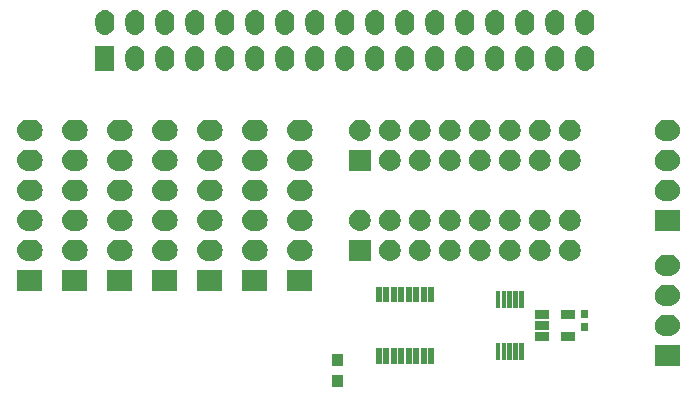
<source format=gts>
G04 #@! TF.FileFunction,Soldermask,Top*
%FSLAX46Y46*%
G04 Gerber Fmt 4.6, Leading zero omitted, Abs format (unit mm)*
G04 Created by KiCad (PCBNEW Rev-6964-Dev Build) date Sun Oct 16 19:16:18 2016*
%MOMM*%
%LPD*%
G01*
G04 APERTURE LIST*
%ADD10C,0.101600*%
G04 APERTURE END LIST*
D10*
G36*
X141420800Y-108080800D02*
X140519200Y-108080800D01*
X140519200Y-107079200D01*
X141420800Y-107079200D01*
X141420800Y-108080800D01*
X141420800Y-108080800D01*
G37*
G36*
X169976800Y-106324400D02*
X167843200Y-106324400D01*
X167843200Y-104495600D01*
X169976800Y-104495600D01*
X169976800Y-106324400D01*
X169976800Y-106324400D01*
G37*
G36*
X141420800Y-106280800D02*
X140519200Y-106280800D01*
X140519200Y-105279200D01*
X141420800Y-105279200D01*
X141420800Y-106280800D01*
X141420800Y-106280800D01*
G37*
G36*
X147253300Y-106120800D02*
X146751700Y-106120800D01*
X146751700Y-104819200D01*
X147253300Y-104819200D01*
X147253300Y-106120800D01*
X147253300Y-106120800D01*
G37*
G36*
X149158300Y-106120800D02*
X148656700Y-106120800D01*
X148656700Y-104819200D01*
X149158300Y-104819200D01*
X149158300Y-106120800D01*
X149158300Y-106120800D01*
G37*
G36*
X148523300Y-106120800D02*
X148021700Y-106120800D01*
X148021700Y-104819200D01*
X148523300Y-104819200D01*
X148523300Y-106120800D01*
X148523300Y-106120800D01*
G37*
G36*
X147888300Y-106120800D02*
X147386700Y-106120800D01*
X147386700Y-104819200D01*
X147888300Y-104819200D01*
X147888300Y-106120800D01*
X147888300Y-106120800D01*
G37*
G36*
X146618300Y-106120800D02*
X146116700Y-106120800D01*
X146116700Y-104819200D01*
X146618300Y-104819200D01*
X146618300Y-106120800D01*
X146618300Y-106120800D01*
G37*
G36*
X145983300Y-106120800D02*
X145481700Y-106120800D01*
X145481700Y-104819200D01*
X145983300Y-104819200D01*
X145983300Y-106120800D01*
X145983300Y-106120800D01*
G37*
G36*
X145348300Y-106120800D02*
X144846700Y-106120800D01*
X144846700Y-104819200D01*
X145348300Y-104819200D01*
X145348300Y-106120800D01*
X145348300Y-106120800D01*
G37*
G36*
X144713300Y-106120800D02*
X144211700Y-106120800D01*
X144211700Y-104819200D01*
X144713300Y-104819200D01*
X144713300Y-106120800D01*
X144713300Y-106120800D01*
G37*
G36*
X154775800Y-105820800D02*
X154374200Y-105820800D01*
X154374200Y-104319200D01*
X154775800Y-104319200D01*
X154775800Y-105820800D01*
X154775800Y-105820800D01*
G37*
G36*
X155275800Y-105820800D02*
X154874200Y-105820800D01*
X154874200Y-104319200D01*
X155275800Y-104319200D01*
X155275800Y-105820800D01*
X155275800Y-105820800D01*
G37*
G36*
X155775800Y-105820800D02*
X155374200Y-105820800D01*
X155374200Y-104319200D01*
X155775800Y-104319200D01*
X155775800Y-105820800D01*
X155775800Y-105820800D01*
G37*
G36*
X156775800Y-105820800D02*
X156374200Y-105820800D01*
X156374200Y-104319200D01*
X156775800Y-104319200D01*
X156775800Y-105820800D01*
X156775800Y-105820800D01*
G37*
G36*
X156275800Y-105820800D02*
X155874200Y-105820800D01*
X155874200Y-104319200D01*
X156275800Y-104319200D01*
X156275800Y-105820800D01*
X156275800Y-105820800D01*
G37*
G36*
X158865800Y-104195800D02*
X157704200Y-104195800D01*
X157704200Y-103444200D01*
X158865800Y-103444200D01*
X158865800Y-104195800D01*
X158865800Y-104195800D01*
G37*
G36*
X161065800Y-104195800D02*
X159904200Y-104195800D01*
X159904200Y-103444200D01*
X161065800Y-103444200D01*
X161065800Y-104195800D01*
X161065800Y-104195800D01*
G37*
G36*
X169078777Y-101955678D02*
X169078779Y-101955678D01*
X169080329Y-101955689D01*
X169257676Y-101975582D01*
X169427782Y-102029543D01*
X169584168Y-102115516D01*
X169720876Y-102230228D01*
X169832699Y-102369308D01*
X169915379Y-102527460D01*
X169965765Y-102698659D01*
X169965767Y-102698680D01*
X169965771Y-102698694D01*
X169981941Y-102876383D01*
X169963290Y-103053829D01*
X169963286Y-103053866D01*
X169910514Y-103224344D01*
X169825634Y-103381326D01*
X169711880Y-103518831D01*
X169573583Y-103631623D01*
X169416013Y-103715405D01*
X169245170Y-103766985D01*
X169067562Y-103784400D01*
X168752377Y-103784400D01*
X168741223Y-103784322D01*
X168741221Y-103784322D01*
X168739671Y-103784311D01*
X168562324Y-103764418D01*
X168392218Y-103710457D01*
X168235832Y-103624484D01*
X168099124Y-103509772D01*
X167987301Y-103370692D01*
X167904621Y-103212540D01*
X167854235Y-103041341D01*
X167854233Y-103041320D01*
X167854229Y-103041306D01*
X167838059Y-102863617D01*
X167856710Y-102686171D01*
X167856710Y-102686170D01*
X167856714Y-102686134D01*
X167909486Y-102515656D01*
X167994366Y-102358674D01*
X168108120Y-102221169D01*
X168246417Y-102108377D01*
X168403987Y-102024595D01*
X168574830Y-101973015D01*
X168752438Y-101955600D01*
X169067623Y-101955600D01*
X169078777Y-101955678D01*
X169078777Y-101955678D01*
G37*
G36*
X162225800Y-103368300D02*
X161624200Y-103368300D01*
X161624200Y-102666700D01*
X162225800Y-102666700D01*
X162225800Y-103368300D01*
X162225800Y-103368300D01*
G37*
G36*
X158865800Y-103245800D02*
X157704200Y-103245800D01*
X157704200Y-102494200D01*
X158865800Y-102494200D01*
X158865800Y-103245800D01*
X158865800Y-103245800D01*
G37*
G36*
X161065800Y-102295800D02*
X159904200Y-102295800D01*
X159904200Y-101544200D01*
X161065800Y-101544200D01*
X161065800Y-102295800D01*
X161065800Y-102295800D01*
G37*
G36*
X158865800Y-102295800D02*
X157704200Y-102295800D01*
X157704200Y-101544200D01*
X158865800Y-101544200D01*
X158865800Y-102295800D01*
X158865800Y-102295800D01*
G37*
G36*
X162225800Y-102268300D02*
X161624200Y-102268300D01*
X161624200Y-101566700D01*
X162225800Y-101566700D01*
X162225800Y-102268300D01*
X162225800Y-102268300D01*
G37*
G36*
X154775800Y-101420800D02*
X154374200Y-101420800D01*
X154374200Y-99919200D01*
X154775800Y-99919200D01*
X154775800Y-101420800D01*
X154775800Y-101420800D01*
G37*
G36*
X155775800Y-101420800D02*
X155374200Y-101420800D01*
X155374200Y-99919200D01*
X155775800Y-99919200D01*
X155775800Y-101420800D01*
X155775800Y-101420800D01*
G37*
G36*
X156275800Y-101420800D02*
X155874200Y-101420800D01*
X155874200Y-99919200D01*
X156275800Y-99919200D01*
X156275800Y-101420800D01*
X156275800Y-101420800D01*
G37*
G36*
X156775800Y-101420800D02*
X156374200Y-101420800D01*
X156374200Y-99919200D01*
X156775800Y-99919200D01*
X156775800Y-101420800D01*
X156775800Y-101420800D01*
G37*
G36*
X155275800Y-101420800D02*
X154874200Y-101420800D01*
X154874200Y-99919200D01*
X155275800Y-99919200D01*
X155275800Y-101420800D01*
X155275800Y-101420800D01*
G37*
G36*
X169078777Y-99415678D02*
X169078779Y-99415678D01*
X169080329Y-99415689D01*
X169257676Y-99435582D01*
X169427782Y-99489543D01*
X169584168Y-99575516D01*
X169720876Y-99690228D01*
X169832699Y-99829308D01*
X169915379Y-99987460D01*
X169965765Y-100158659D01*
X169965767Y-100158680D01*
X169965771Y-100158694D01*
X169981941Y-100336383D01*
X169963290Y-100513829D01*
X169963286Y-100513866D01*
X169910514Y-100684344D01*
X169825634Y-100841326D01*
X169711880Y-100978831D01*
X169573583Y-101091623D01*
X169416013Y-101175405D01*
X169245170Y-101226985D01*
X169067562Y-101244400D01*
X168752377Y-101244400D01*
X168741223Y-101244322D01*
X168741221Y-101244322D01*
X168739671Y-101244311D01*
X168562324Y-101224418D01*
X168392218Y-101170457D01*
X168235832Y-101084484D01*
X168099124Y-100969772D01*
X167987301Y-100830692D01*
X167904621Y-100672540D01*
X167854235Y-100501341D01*
X167854233Y-100501320D01*
X167854229Y-100501306D01*
X167838059Y-100323617D01*
X167856710Y-100146171D01*
X167856710Y-100146170D01*
X167856714Y-100146134D01*
X167909486Y-99975656D01*
X167994366Y-99818674D01*
X168108120Y-99681169D01*
X168246417Y-99568377D01*
X168403987Y-99484595D01*
X168574830Y-99433015D01*
X168752438Y-99415600D01*
X169067623Y-99415600D01*
X169078777Y-99415678D01*
X169078777Y-99415678D01*
G37*
G36*
X146618300Y-100920800D02*
X146116700Y-100920800D01*
X146116700Y-99619200D01*
X146618300Y-99619200D01*
X146618300Y-100920800D01*
X146618300Y-100920800D01*
G37*
G36*
X145983300Y-100920800D02*
X145481700Y-100920800D01*
X145481700Y-99619200D01*
X145983300Y-99619200D01*
X145983300Y-100920800D01*
X145983300Y-100920800D01*
G37*
G36*
X147253300Y-100920800D02*
X146751700Y-100920800D01*
X146751700Y-99619200D01*
X147253300Y-99619200D01*
X147253300Y-100920800D01*
X147253300Y-100920800D01*
G37*
G36*
X147888300Y-100920800D02*
X147386700Y-100920800D01*
X147386700Y-99619200D01*
X147888300Y-99619200D01*
X147888300Y-100920800D01*
X147888300Y-100920800D01*
G37*
G36*
X149158300Y-100920800D02*
X148656700Y-100920800D01*
X148656700Y-99619200D01*
X149158300Y-99619200D01*
X149158300Y-100920800D01*
X149158300Y-100920800D01*
G37*
G36*
X144713300Y-100920800D02*
X144211700Y-100920800D01*
X144211700Y-99619200D01*
X144713300Y-99619200D01*
X144713300Y-100920800D01*
X144713300Y-100920800D01*
G37*
G36*
X145348300Y-100920800D02*
X144846700Y-100920800D01*
X144846700Y-99619200D01*
X145348300Y-99619200D01*
X145348300Y-100920800D01*
X145348300Y-100920800D01*
G37*
G36*
X148523300Y-100920800D02*
X148021700Y-100920800D01*
X148021700Y-99619200D01*
X148523300Y-99619200D01*
X148523300Y-100920800D01*
X148523300Y-100920800D01*
G37*
G36*
X135051800Y-99974400D02*
X132918200Y-99974400D01*
X132918200Y-98145600D01*
X135051800Y-98145600D01*
X135051800Y-99974400D01*
X135051800Y-99974400D01*
G37*
G36*
X116001800Y-99974400D02*
X113868200Y-99974400D01*
X113868200Y-98145600D01*
X116001800Y-98145600D01*
X116001800Y-99974400D01*
X116001800Y-99974400D01*
G37*
G36*
X138861800Y-99974400D02*
X136728200Y-99974400D01*
X136728200Y-98145600D01*
X138861800Y-98145600D01*
X138861800Y-99974400D01*
X138861800Y-99974400D01*
G37*
G36*
X131241800Y-99974400D02*
X129108200Y-99974400D01*
X129108200Y-98145600D01*
X131241800Y-98145600D01*
X131241800Y-99974400D01*
X131241800Y-99974400D01*
G37*
G36*
X127431800Y-99974400D02*
X125298200Y-99974400D01*
X125298200Y-98145600D01*
X127431800Y-98145600D01*
X127431800Y-99974400D01*
X127431800Y-99974400D01*
G37*
G36*
X123621800Y-99974400D02*
X121488200Y-99974400D01*
X121488200Y-98145600D01*
X123621800Y-98145600D01*
X123621800Y-99974400D01*
X123621800Y-99974400D01*
G37*
G36*
X119811800Y-99974400D02*
X117678200Y-99974400D01*
X117678200Y-98145600D01*
X119811800Y-98145600D01*
X119811800Y-99974400D01*
X119811800Y-99974400D01*
G37*
G36*
X169078777Y-96875678D02*
X169078779Y-96875678D01*
X169080329Y-96875689D01*
X169257676Y-96895582D01*
X169427782Y-96949543D01*
X169584168Y-97035516D01*
X169720876Y-97150228D01*
X169832699Y-97289308D01*
X169915379Y-97447460D01*
X169965765Y-97618659D01*
X169965767Y-97618680D01*
X169965771Y-97618694D01*
X169981941Y-97796383D01*
X169963290Y-97973829D01*
X169963286Y-97973866D01*
X169910514Y-98144344D01*
X169825634Y-98301326D01*
X169711880Y-98438831D01*
X169573583Y-98551623D01*
X169416013Y-98635405D01*
X169245170Y-98686985D01*
X169067562Y-98704400D01*
X168752377Y-98704400D01*
X168741223Y-98704322D01*
X168741221Y-98704322D01*
X168739671Y-98704311D01*
X168562324Y-98684418D01*
X168392218Y-98630457D01*
X168235832Y-98544484D01*
X168099124Y-98429772D01*
X167987301Y-98290692D01*
X167904621Y-98132540D01*
X167854235Y-97961341D01*
X167854233Y-97961320D01*
X167854229Y-97961306D01*
X167838059Y-97783617D01*
X167856710Y-97606171D01*
X167856710Y-97606170D01*
X167856714Y-97606134D01*
X167909486Y-97435656D01*
X167994366Y-97278674D01*
X168108120Y-97141169D01*
X168246417Y-97028377D01*
X168403987Y-96944595D01*
X168574830Y-96893015D01*
X168752438Y-96875600D01*
X169067623Y-96875600D01*
X169078777Y-96875678D01*
X169078777Y-96875678D01*
G37*
G36*
X155758829Y-95619847D02*
X155758834Y-95619849D01*
X155758866Y-95619852D01*
X155929344Y-95672624D01*
X156086326Y-95757504D01*
X156223831Y-95871258D01*
X156336623Y-96009555D01*
X156420405Y-96167125D01*
X156471985Y-96337968D01*
X156489400Y-96515576D01*
X156489400Y-96524486D01*
X156489322Y-96535640D01*
X156489311Y-96537191D01*
X156469418Y-96714538D01*
X156415457Y-96884644D01*
X156329484Y-97041030D01*
X156214772Y-97177738D01*
X156075692Y-97289561D01*
X155917540Y-97372241D01*
X155746341Y-97422627D01*
X155746325Y-97422628D01*
X155746306Y-97422634D01*
X155568617Y-97438804D01*
X155391171Y-97420153D01*
X155391166Y-97420151D01*
X155391134Y-97420148D01*
X155220656Y-97367376D01*
X155063674Y-97282496D01*
X154926169Y-97168742D01*
X154813377Y-97030445D01*
X154729595Y-96872875D01*
X154678015Y-96702032D01*
X154660600Y-96524424D01*
X154660600Y-96515576D01*
X154660614Y-96513617D01*
X154660678Y-96504360D01*
X154660678Y-96504358D01*
X154660689Y-96502809D01*
X154680582Y-96325462D01*
X154734543Y-96155356D01*
X154820516Y-95998970D01*
X154935228Y-95862262D01*
X155074308Y-95750439D01*
X155232460Y-95667759D01*
X155403659Y-95617373D01*
X155403675Y-95617372D01*
X155403694Y-95617366D01*
X155581383Y-95601196D01*
X155758829Y-95619847D01*
X155758829Y-95619847D01*
G37*
G36*
X160838829Y-95619847D02*
X160838834Y-95619849D01*
X160838866Y-95619852D01*
X161009344Y-95672624D01*
X161166326Y-95757504D01*
X161303831Y-95871258D01*
X161416623Y-96009555D01*
X161500405Y-96167125D01*
X161551985Y-96337968D01*
X161569400Y-96515576D01*
X161569400Y-96524486D01*
X161569322Y-96535640D01*
X161569311Y-96537191D01*
X161549418Y-96714538D01*
X161495457Y-96884644D01*
X161409484Y-97041030D01*
X161294772Y-97177738D01*
X161155692Y-97289561D01*
X160997540Y-97372241D01*
X160826341Y-97422627D01*
X160826325Y-97422628D01*
X160826306Y-97422634D01*
X160648617Y-97438804D01*
X160471171Y-97420153D01*
X160471166Y-97420151D01*
X160471134Y-97420148D01*
X160300656Y-97367376D01*
X160143674Y-97282496D01*
X160006169Y-97168742D01*
X159893377Y-97030445D01*
X159809595Y-96872875D01*
X159758015Y-96702032D01*
X159740600Y-96524424D01*
X159740600Y-96515576D01*
X159740614Y-96513617D01*
X159740678Y-96504360D01*
X159740678Y-96504358D01*
X159740689Y-96502809D01*
X159760582Y-96325462D01*
X159814543Y-96155356D01*
X159900516Y-95998970D01*
X160015228Y-95862262D01*
X160154308Y-95750439D01*
X160312460Y-95667759D01*
X160483659Y-95617373D01*
X160483675Y-95617372D01*
X160483694Y-95617366D01*
X160661383Y-95601196D01*
X160838829Y-95619847D01*
X160838829Y-95619847D01*
G37*
G36*
X158298829Y-95619847D02*
X158298834Y-95619849D01*
X158298866Y-95619852D01*
X158469344Y-95672624D01*
X158626326Y-95757504D01*
X158763831Y-95871258D01*
X158876623Y-96009555D01*
X158960405Y-96167125D01*
X159011985Y-96337968D01*
X159029400Y-96515576D01*
X159029400Y-96524486D01*
X159029322Y-96535640D01*
X159029311Y-96537191D01*
X159009418Y-96714538D01*
X158955457Y-96884644D01*
X158869484Y-97041030D01*
X158754772Y-97177738D01*
X158615692Y-97289561D01*
X158457540Y-97372241D01*
X158286341Y-97422627D01*
X158286325Y-97422628D01*
X158286306Y-97422634D01*
X158108617Y-97438804D01*
X157931171Y-97420153D01*
X157931166Y-97420151D01*
X157931134Y-97420148D01*
X157760656Y-97367376D01*
X157603674Y-97282496D01*
X157466169Y-97168742D01*
X157353377Y-97030445D01*
X157269595Y-96872875D01*
X157218015Y-96702032D01*
X157200600Y-96524424D01*
X157200600Y-96515576D01*
X157200614Y-96513617D01*
X157200678Y-96504360D01*
X157200678Y-96504358D01*
X157200689Y-96502809D01*
X157220582Y-96325462D01*
X157274543Y-96155356D01*
X157360516Y-95998970D01*
X157475228Y-95862262D01*
X157614308Y-95750439D01*
X157772460Y-95667759D01*
X157943659Y-95617373D01*
X157943675Y-95617372D01*
X157943694Y-95617366D01*
X158121383Y-95601196D01*
X158298829Y-95619847D01*
X158298829Y-95619847D01*
G37*
G36*
X153218829Y-95619847D02*
X153218834Y-95619849D01*
X153218866Y-95619852D01*
X153389344Y-95672624D01*
X153546326Y-95757504D01*
X153683831Y-95871258D01*
X153796623Y-96009555D01*
X153880405Y-96167125D01*
X153931985Y-96337968D01*
X153949400Y-96515576D01*
X153949400Y-96524486D01*
X153949322Y-96535640D01*
X153949311Y-96537191D01*
X153929418Y-96714538D01*
X153875457Y-96884644D01*
X153789484Y-97041030D01*
X153674772Y-97177738D01*
X153535692Y-97289561D01*
X153377540Y-97372241D01*
X153206341Y-97422627D01*
X153206325Y-97422628D01*
X153206306Y-97422634D01*
X153028617Y-97438804D01*
X152851171Y-97420153D01*
X152851166Y-97420151D01*
X152851134Y-97420148D01*
X152680656Y-97367376D01*
X152523674Y-97282496D01*
X152386169Y-97168742D01*
X152273377Y-97030445D01*
X152189595Y-96872875D01*
X152138015Y-96702032D01*
X152120600Y-96524424D01*
X152120600Y-96515576D01*
X152120614Y-96513617D01*
X152120678Y-96504360D01*
X152120678Y-96504358D01*
X152120689Y-96502809D01*
X152140582Y-96325462D01*
X152194543Y-96155356D01*
X152280516Y-95998970D01*
X152395228Y-95862262D01*
X152534308Y-95750439D01*
X152692460Y-95667759D01*
X152863659Y-95617373D01*
X152863675Y-95617372D01*
X152863694Y-95617366D01*
X153041383Y-95601196D01*
X153218829Y-95619847D01*
X153218829Y-95619847D01*
G37*
G36*
X150678829Y-95619847D02*
X150678834Y-95619849D01*
X150678866Y-95619852D01*
X150849344Y-95672624D01*
X151006326Y-95757504D01*
X151143831Y-95871258D01*
X151256623Y-96009555D01*
X151340405Y-96167125D01*
X151391985Y-96337968D01*
X151409400Y-96515576D01*
X151409400Y-96524486D01*
X151409322Y-96535640D01*
X151409311Y-96537191D01*
X151389418Y-96714538D01*
X151335457Y-96884644D01*
X151249484Y-97041030D01*
X151134772Y-97177738D01*
X150995692Y-97289561D01*
X150837540Y-97372241D01*
X150666341Y-97422627D01*
X150666325Y-97422628D01*
X150666306Y-97422634D01*
X150488617Y-97438804D01*
X150311171Y-97420153D01*
X150311166Y-97420151D01*
X150311134Y-97420148D01*
X150140656Y-97367376D01*
X149983674Y-97282496D01*
X149846169Y-97168742D01*
X149733377Y-97030445D01*
X149649595Y-96872875D01*
X149598015Y-96702032D01*
X149580600Y-96524424D01*
X149580600Y-96515576D01*
X149580614Y-96513617D01*
X149580678Y-96504360D01*
X149580678Y-96504358D01*
X149580689Y-96502809D01*
X149600582Y-96325462D01*
X149654543Y-96155356D01*
X149740516Y-95998970D01*
X149855228Y-95862262D01*
X149994308Y-95750439D01*
X150152460Y-95667759D01*
X150323659Y-95617373D01*
X150323675Y-95617372D01*
X150323694Y-95617366D01*
X150501383Y-95601196D01*
X150678829Y-95619847D01*
X150678829Y-95619847D01*
G37*
G36*
X148138829Y-95619847D02*
X148138834Y-95619849D01*
X148138866Y-95619852D01*
X148309344Y-95672624D01*
X148466326Y-95757504D01*
X148603831Y-95871258D01*
X148716623Y-96009555D01*
X148800405Y-96167125D01*
X148851985Y-96337968D01*
X148869400Y-96515576D01*
X148869400Y-96524486D01*
X148869322Y-96535640D01*
X148869311Y-96537191D01*
X148849418Y-96714538D01*
X148795457Y-96884644D01*
X148709484Y-97041030D01*
X148594772Y-97177738D01*
X148455692Y-97289561D01*
X148297540Y-97372241D01*
X148126341Y-97422627D01*
X148126325Y-97422628D01*
X148126306Y-97422634D01*
X147948617Y-97438804D01*
X147771171Y-97420153D01*
X147771166Y-97420151D01*
X147771134Y-97420148D01*
X147600656Y-97367376D01*
X147443674Y-97282496D01*
X147306169Y-97168742D01*
X147193377Y-97030445D01*
X147109595Y-96872875D01*
X147058015Y-96702032D01*
X147040600Y-96524424D01*
X147040600Y-96515576D01*
X147040614Y-96513617D01*
X147040678Y-96504360D01*
X147040678Y-96504358D01*
X147040689Y-96502809D01*
X147060582Y-96325462D01*
X147114543Y-96155356D01*
X147200516Y-95998970D01*
X147315228Y-95862262D01*
X147454308Y-95750439D01*
X147612460Y-95667759D01*
X147783659Y-95617373D01*
X147783675Y-95617372D01*
X147783694Y-95617366D01*
X147961383Y-95601196D01*
X148138829Y-95619847D01*
X148138829Y-95619847D01*
G37*
G36*
X145598829Y-95619847D02*
X145598834Y-95619849D01*
X145598866Y-95619852D01*
X145769344Y-95672624D01*
X145926326Y-95757504D01*
X146063831Y-95871258D01*
X146176623Y-96009555D01*
X146260405Y-96167125D01*
X146311985Y-96337968D01*
X146329400Y-96515576D01*
X146329400Y-96524486D01*
X146329322Y-96535640D01*
X146329311Y-96537191D01*
X146309418Y-96714538D01*
X146255457Y-96884644D01*
X146169484Y-97041030D01*
X146054772Y-97177738D01*
X145915692Y-97289561D01*
X145757540Y-97372241D01*
X145586341Y-97422627D01*
X145586325Y-97422628D01*
X145586306Y-97422634D01*
X145408617Y-97438804D01*
X145231171Y-97420153D01*
X145231166Y-97420151D01*
X145231134Y-97420148D01*
X145060656Y-97367376D01*
X144903674Y-97282496D01*
X144766169Y-97168742D01*
X144653377Y-97030445D01*
X144569595Y-96872875D01*
X144518015Y-96702032D01*
X144500600Y-96524424D01*
X144500600Y-96515576D01*
X144500614Y-96513617D01*
X144500678Y-96504360D01*
X144500678Y-96504358D01*
X144500689Y-96502809D01*
X144520582Y-96325462D01*
X144574543Y-96155356D01*
X144660516Y-95998970D01*
X144775228Y-95862262D01*
X144914308Y-95750439D01*
X145072460Y-95667759D01*
X145243659Y-95617373D01*
X145243675Y-95617372D01*
X145243694Y-95617366D01*
X145421383Y-95601196D01*
X145598829Y-95619847D01*
X145598829Y-95619847D01*
G37*
G36*
X130343777Y-95605678D02*
X130343779Y-95605678D01*
X130345329Y-95605689D01*
X130522676Y-95625582D01*
X130692782Y-95679543D01*
X130849168Y-95765516D01*
X130985876Y-95880228D01*
X131097699Y-96019308D01*
X131180379Y-96177460D01*
X131230765Y-96348659D01*
X131230767Y-96348680D01*
X131230771Y-96348694D01*
X131246941Y-96526383D01*
X131228479Y-96702032D01*
X131228286Y-96703866D01*
X131175514Y-96874344D01*
X131090634Y-97031326D01*
X130976880Y-97168831D01*
X130838583Y-97281623D01*
X130681013Y-97365405D01*
X130510170Y-97416985D01*
X130332562Y-97434400D01*
X130017377Y-97434400D01*
X130006223Y-97434322D01*
X130006221Y-97434322D01*
X130004671Y-97434311D01*
X129827324Y-97414418D01*
X129657218Y-97360457D01*
X129500832Y-97274484D01*
X129364124Y-97159772D01*
X129252301Y-97020692D01*
X129169621Y-96862540D01*
X129119235Y-96691341D01*
X129119233Y-96691320D01*
X129119229Y-96691306D01*
X129103059Y-96513617D01*
X129121710Y-96336171D01*
X129121710Y-96336170D01*
X129121714Y-96336134D01*
X129174486Y-96165656D01*
X129259366Y-96008674D01*
X129373120Y-95871169D01*
X129511417Y-95758377D01*
X129668987Y-95674595D01*
X129839830Y-95623015D01*
X130017438Y-95605600D01*
X130332623Y-95605600D01*
X130343777Y-95605678D01*
X130343777Y-95605678D01*
G37*
G36*
X122723777Y-95605678D02*
X122723779Y-95605678D01*
X122725329Y-95605689D01*
X122902676Y-95625582D01*
X123072782Y-95679543D01*
X123229168Y-95765516D01*
X123365876Y-95880228D01*
X123477699Y-96019308D01*
X123560379Y-96177460D01*
X123610765Y-96348659D01*
X123610767Y-96348680D01*
X123610771Y-96348694D01*
X123626941Y-96526383D01*
X123608479Y-96702032D01*
X123608286Y-96703866D01*
X123555514Y-96874344D01*
X123470634Y-97031326D01*
X123356880Y-97168831D01*
X123218583Y-97281623D01*
X123061013Y-97365405D01*
X122890170Y-97416985D01*
X122712562Y-97434400D01*
X122397377Y-97434400D01*
X122386223Y-97434322D01*
X122386221Y-97434322D01*
X122384671Y-97434311D01*
X122207324Y-97414418D01*
X122037218Y-97360457D01*
X121880832Y-97274484D01*
X121744124Y-97159772D01*
X121632301Y-97020692D01*
X121549621Y-96862540D01*
X121499235Y-96691341D01*
X121499233Y-96691320D01*
X121499229Y-96691306D01*
X121483059Y-96513617D01*
X121501710Y-96336171D01*
X121501710Y-96336170D01*
X121501714Y-96336134D01*
X121554486Y-96165656D01*
X121639366Y-96008674D01*
X121753120Y-95871169D01*
X121891417Y-95758377D01*
X122048987Y-95674595D01*
X122219830Y-95623015D01*
X122397438Y-95605600D01*
X122712623Y-95605600D01*
X122723777Y-95605678D01*
X122723777Y-95605678D01*
G37*
G36*
X115103777Y-95605678D02*
X115103779Y-95605678D01*
X115105329Y-95605689D01*
X115282676Y-95625582D01*
X115452782Y-95679543D01*
X115609168Y-95765516D01*
X115745876Y-95880228D01*
X115857699Y-96019308D01*
X115940379Y-96177460D01*
X115990765Y-96348659D01*
X115990767Y-96348680D01*
X115990771Y-96348694D01*
X116006941Y-96526383D01*
X115988479Y-96702032D01*
X115988286Y-96703866D01*
X115935514Y-96874344D01*
X115850634Y-97031326D01*
X115736880Y-97168831D01*
X115598583Y-97281623D01*
X115441013Y-97365405D01*
X115270170Y-97416985D01*
X115092562Y-97434400D01*
X114777377Y-97434400D01*
X114766223Y-97434322D01*
X114766221Y-97434322D01*
X114764671Y-97434311D01*
X114587324Y-97414418D01*
X114417218Y-97360457D01*
X114260832Y-97274484D01*
X114124124Y-97159772D01*
X114012301Y-97020692D01*
X113929621Y-96862540D01*
X113879235Y-96691341D01*
X113879233Y-96691320D01*
X113879229Y-96691306D01*
X113863059Y-96513617D01*
X113881710Y-96336171D01*
X113881710Y-96336170D01*
X113881714Y-96336134D01*
X113934486Y-96165656D01*
X114019366Y-96008674D01*
X114133120Y-95871169D01*
X114271417Y-95758377D01*
X114428987Y-95674595D01*
X114599830Y-95623015D01*
X114777438Y-95605600D01*
X115092623Y-95605600D01*
X115103777Y-95605678D01*
X115103777Y-95605678D01*
G37*
G36*
X118913777Y-95605678D02*
X118913779Y-95605678D01*
X118915329Y-95605689D01*
X119092676Y-95625582D01*
X119262782Y-95679543D01*
X119419168Y-95765516D01*
X119555876Y-95880228D01*
X119667699Y-96019308D01*
X119750379Y-96177460D01*
X119800765Y-96348659D01*
X119800767Y-96348680D01*
X119800771Y-96348694D01*
X119816941Y-96526383D01*
X119798479Y-96702032D01*
X119798286Y-96703866D01*
X119745514Y-96874344D01*
X119660634Y-97031326D01*
X119546880Y-97168831D01*
X119408583Y-97281623D01*
X119251013Y-97365405D01*
X119080170Y-97416985D01*
X118902562Y-97434400D01*
X118587377Y-97434400D01*
X118576223Y-97434322D01*
X118576221Y-97434322D01*
X118574671Y-97434311D01*
X118397324Y-97414418D01*
X118227218Y-97360457D01*
X118070832Y-97274484D01*
X117934124Y-97159772D01*
X117822301Y-97020692D01*
X117739621Y-96862540D01*
X117689235Y-96691341D01*
X117689233Y-96691320D01*
X117689229Y-96691306D01*
X117673059Y-96513617D01*
X117691710Y-96336171D01*
X117691710Y-96336170D01*
X117691714Y-96336134D01*
X117744486Y-96165656D01*
X117829366Y-96008674D01*
X117943120Y-95871169D01*
X118081417Y-95758377D01*
X118238987Y-95674595D01*
X118409830Y-95623015D01*
X118587438Y-95605600D01*
X118902623Y-95605600D01*
X118913777Y-95605678D01*
X118913777Y-95605678D01*
G37*
G36*
X126533777Y-95605678D02*
X126533779Y-95605678D01*
X126535329Y-95605689D01*
X126712676Y-95625582D01*
X126882782Y-95679543D01*
X127039168Y-95765516D01*
X127175876Y-95880228D01*
X127287699Y-96019308D01*
X127370379Y-96177460D01*
X127420765Y-96348659D01*
X127420767Y-96348680D01*
X127420771Y-96348694D01*
X127436941Y-96526383D01*
X127418479Y-96702032D01*
X127418286Y-96703866D01*
X127365514Y-96874344D01*
X127280634Y-97031326D01*
X127166880Y-97168831D01*
X127028583Y-97281623D01*
X126871013Y-97365405D01*
X126700170Y-97416985D01*
X126522562Y-97434400D01*
X126207377Y-97434400D01*
X126196223Y-97434322D01*
X126196221Y-97434322D01*
X126194671Y-97434311D01*
X126017324Y-97414418D01*
X125847218Y-97360457D01*
X125690832Y-97274484D01*
X125554124Y-97159772D01*
X125442301Y-97020692D01*
X125359621Y-96862540D01*
X125309235Y-96691341D01*
X125309233Y-96691320D01*
X125309229Y-96691306D01*
X125293059Y-96513617D01*
X125311710Y-96336171D01*
X125311710Y-96336170D01*
X125311714Y-96336134D01*
X125364486Y-96165656D01*
X125449366Y-96008674D01*
X125563120Y-95871169D01*
X125701417Y-95758377D01*
X125858987Y-95674595D01*
X126029830Y-95623015D01*
X126207438Y-95605600D01*
X126522623Y-95605600D01*
X126533777Y-95605678D01*
X126533777Y-95605678D01*
G37*
G36*
X143789400Y-97434400D02*
X141960600Y-97434400D01*
X141960600Y-95605600D01*
X143789400Y-95605600D01*
X143789400Y-97434400D01*
X143789400Y-97434400D01*
G37*
G36*
X137963777Y-95605678D02*
X137963779Y-95605678D01*
X137965329Y-95605689D01*
X138142676Y-95625582D01*
X138312782Y-95679543D01*
X138469168Y-95765516D01*
X138605876Y-95880228D01*
X138717699Y-96019308D01*
X138800379Y-96177460D01*
X138850765Y-96348659D01*
X138850767Y-96348680D01*
X138850771Y-96348694D01*
X138866941Y-96526383D01*
X138848479Y-96702032D01*
X138848286Y-96703866D01*
X138795514Y-96874344D01*
X138710634Y-97031326D01*
X138596880Y-97168831D01*
X138458583Y-97281623D01*
X138301013Y-97365405D01*
X138130170Y-97416985D01*
X137952562Y-97434400D01*
X137637377Y-97434400D01*
X137626223Y-97434322D01*
X137626221Y-97434322D01*
X137624671Y-97434311D01*
X137447324Y-97414418D01*
X137277218Y-97360457D01*
X137120832Y-97274484D01*
X136984124Y-97159772D01*
X136872301Y-97020692D01*
X136789621Y-96862540D01*
X136739235Y-96691341D01*
X136739233Y-96691320D01*
X136739229Y-96691306D01*
X136723059Y-96513617D01*
X136741710Y-96336171D01*
X136741710Y-96336170D01*
X136741714Y-96336134D01*
X136794486Y-96165656D01*
X136879366Y-96008674D01*
X136993120Y-95871169D01*
X137131417Y-95758377D01*
X137288987Y-95674595D01*
X137459830Y-95623015D01*
X137637438Y-95605600D01*
X137952623Y-95605600D01*
X137963777Y-95605678D01*
X137963777Y-95605678D01*
G37*
G36*
X134153777Y-95605678D02*
X134153779Y-95605678D01*
X134155329Y-95605689D01*
X134332676Y-95625582D01*
X134502782Y-95679543D01*
X134659168Y-95765516D01*
X134795876Y-95880228D01*
X134907699Y-96019308D01*
X134990379Y-96177460D01*
X135040765Y-96348659D01*
X135040767Y-96348680D01*
X135040771Y-96348694D01*
X135056941Y-96526383D01*
X135038479Y-96702032D01*
X135038286Y-96703866D01*
X134985514Y-96874344D01*
X134900634Y-97031326D01*
X134786880Y-97168831D01*
X134648583Y-97281623D01*
X134491013Y-97365405D01*
X134320170Y-97416985D01*
X134142562Y-97434400D01*
X133827377Y-97434400D01*
X133816223Y-97434322D01*
X133816221Y-97434322D01*
X133814671Y-97434311D01*
X133637324Y-97414418D01*
X133467218Y-97360457D01*
X133310832Y-97274484D01*
X133174124Y-97159772D01*
X133062301Y-97020692D01*
X132979621Y-96862540D01*
X132929235Y-96691341D01*
X132929233Y-96691320D01*
X132929229Y-96691306D01*
X132913059Y-96513617D01*
X132931710Y-96336171D01*
X132931710Y-96336170D01*
X132931714Y-96336134D01*
X132984486Y-96165656D01*
X133069366Y-96008674D01*
X133183120Y-95871169D01*
X133321417Y-95758377D01*
X133478987Y-95674595D01*
X133649830Y-95623015D01*
X133827438Y-95605600D01*
X134142623Y-95605600D01*
X134153777Y-95605678D01*
X134153777Y-95605678D01*
G37*
G36*
X160838829Y-93079847D02*
X160838834Y-93079849D01*
X160838866Y-93079852D01*
X161009344Y-93132624D01*
X161166326Y-93217504D01*
X161303831Y-93331258D01*
X161416623Y-93469555D01*
X161500405Y-93627125D01*
X161551985Y-93797968D01*
X161569400Y-93975576D01*
X161569400Y-93984486D01*
X161569322Y-93995640D01*
X161569311Y-93997191D01*
X161549418Y-94174538D01*
X161495457Y-94344644D01*
X161409484Y-94501030D01*
X161294772Y-94637738D01*
X161155692Y-94749561D01*
X160997540Y-94832241D01*
X160826341Y-94882627D01*
X160826325Y-94882628D01*
X160826306Y-94882634D01*
X160648617Y-94898804D01*
X160471171Y-94880153D01*
X160471166Y-94880151D01*
X160471134Y-94880148D01*
X160300656Y-94827376D01*
X160143674Y-94742496D01*
X160006169Y-94628742D01*
X159893377Y-94490445D01*
X159809595Y-94332875D01*
X159758015Y-94162032D01*
X159740600Y-93984424D01*
X159740600Y-93975576D01*
X159740614Y-93973617D01*
X159740678Y-93964360D01*
X159740678Y-93964358D01*
X159740689Y-93962809D01*
X159760582Y-93785462D01*
X159814543Y-93615356D01*
X159900516Y-93458970D01*
X160015228Y-93322262D01*
X160154308Y-93210439D01*
X160312460Y-93127759D01*
X160483659Y-93077373D01*
X160483675Y-93077372D01*
X160483694Y-93077366D01*
X160661383Y-93061196D01*
X160838829Y-93079847D01*
X160838829Y-93079847D01*
G37*
G36*
X145598829Y-93079847D02*
X145598834Y-93079849D01*
X145598866Y-93079852D01*
X145769344Y-93132624D01*
X145926326Y-93217504D01*
X146063831Y-93331258D01*
X146176623Y-93469555D01*
X146260405Y-93627125D01*
X146311985Y-93797968D01*
X146329400Y-93975576D01*
X146329400Y-93984486D01*
X146329322Y-93995640D01*
X146329311Y-93997191D01*
X146309418Y-94174538D01*
X146255457Y-94344644D01*
X146169484Y-94501030D01*
X146054772Y-94637738D01*
X145915692Y-94749561D01*
X145757540Y-94832241D01*
X145586341Y-94882627D01*
X145586325Y-94882628D01*
X145586306Y-94882634D01*
X145408617Y-94898804D01*
X145231171Y-94880153D01*
X145231166Y-94880151D01*
X145231134Y-94880148D01*
X145060656Y-94827376D01*
X144903674Y-94742496D01*
X144766169Y-94628742D01*
X144653377Y-94490445D01*
X144569595Y-94332875D01*
X144518015Y-94162032D01*
X144500600Y-93984424D01*
X144500600Y-93975576D01*
X144500614Y-93973617D01*
X144500678Y-93964360D01*
X144500678Y-93964358D01*
X144500689Y-93962809D01*
X144520582Y-93785462D01*
X144574543Y-93615356D01*
X144660516Y-93458970D01*
X144775228Y-93322262D01*
X144914308Y-93210439D01*
X145072460Y-93127759D01*
X145243659Y-93077373D01*
X145243675Y-93077372D01*
X145243694Y-93077366D01*
X145421383Y-93061196D01*
X145598829Y-93079847D01*
X145598829Y-93079847D01*
G37*
G36*
X148138829Y-93079847D02*
X148138834Y-93079849D01*
X148138866Y-93079852D01*
X148309344Y-93132624D01*
X148466326Y-93217504D01*
X148603831Y-93331258D01*
X148716623Y-93469555D01*
X148800405Y-93627125D01*
X148851985Y-93797968D01*
X148869400Y-93975576D01*
X148869400Y-93984486D01*
X148869322Y-93995640D01*
X148869311Y-93997191D01*
X148849418Y-94174538D01*
X148795457Y-94344644D01*
X148709484Y-94501030D01*
X148594772Y-94637738D01*
X148455692Y-94749561D01*
X148297540Y-94832241D01*
X148126341Y-94882627D01*
X148126325Y-94882628D01*
X148126306Y-94882634D01*
X147948617Y-94898804D01*
X147771171Y-94880153D01*
X147771166Y-94880151D01*
X147771134Y-94880148D01*
X147600656Y-94827376D01*
X147443674Y-94742496D01*
X147306169Y-94628742D01*
X147193377Y-94490445D01*
X147109595Y-94332875D01*
X147058015Y-94162032D01*
X147040600Y-93984424D01*
X147040600Y-93975576D01*
X147040614Y-93973617D01*
X147040678Y-93964360D01*
X147040678Y-93964358D01*
X147040689Y-93962809D01*
X147060582Y-93785462D01*
X147114543Y-93615356D01*
X147200516Y-93458970D01*
X147315228Y-93322262D01*
X147454308Y-93210439D01*
X147612460Y-93127759D01*
X147783659Y-93077373D01*
X147783675Y-93077372D01*
X147783694Y-93077366D01*
X147961383Y-93061196D01*
X148138829Y-93079847D01*
X148138829Y-93079847D01*
G37*
G36*
X150678829Y-93079847D02*
X150678834Y-93079849D01*
X150678866Y-93079852D01*
X150849344Y-93132624D01*
X151006326Y-93217504D01*
X151143831Y-93331258D01*
X151256623Y-93469555D01*
X151340405Y-93627125D01*
X151391985Y-93797968D01*
X151409400Y-93975576D01*
X151409400Y-93984486D01*
X151409322Y-93995640D01*
X151409311Y-93997191D01*
X151389418Y-94174538D01*
X151335457Y-94344644D01*
X151249484Y-94501030D01*
X151134772Y-94637738D01*
X150995692Y-94749561D01*
X150837540Y-94832241D01*
X150666341Y-94882627D01*
X150666325Y-94882628D01*
X150666306Y-94882634D01*
X150488617Y-94898804D01*
X150311171Y-94880153D01*
X150311166Y-94880151D01*
X150311134Y-94880148D01*
X150140656Y-94827376D01*
X149983674Y-94742496D01*
X149846169Y-94628742D01*
X149733377Y-94490445D01*
X149649595Y-94332875D01*
X149598015Y-94162032D01*
X149580600Y-93984424D01*
X149580600Y-93975576D01*
X149580614Y-93973617D01*
X149580678Y-93964360D01*
X149580678Y-93964358D01*
X149580689Y-93962809D01*
X149600582Y-93785462D01*
X149654543Y-93615356D01*
X149740516Y-93458970D01*
X149855228Y-93322262D01*
X149994308Y-93210439D01*
X150152460Y-93127759D01*
X150323659Y-93077373D01*
X150323675Y-93077372D01*
X150323694Y-93077366D01*
X150501383Y-93061196D01*
X150678829Y-93079847D01*
X150678829Y-93079847D01*
G37*
G36*
X153218829Y-93079847D02*
X153218834Y-93079849D01*
X153218866Y-93079852D01*
X153389344Y-93132624D01*
X153546326Y-93217504D01*
X153683831Y-93331258D01*
X153796623Y-93469555D01*
X153880405Y-93627125D01*
X153931985Y-93797968D01*
X153949400Y-93975576D01*
X153949400Y-93984486D01*
X153949322Y-93995640D01*
X153949311Y-93997191D01*
X153929418Y-94174538D01*
X153875457Y-94344644D01*
X153789484Y-94501030D01*
X153674772Y-94637738D01*
X153535692Y-94749561D01*
X153377540Y-94832241D01*
X153206341Y-94882627D01*
X153206325Y-94882628D01*
X153206306Y-94882634D01*
X153028617Y-94898804D01*
X152851171Y-94880153D01*
X152851166Y-94880151D01*
X152851134Y-94880148D01*
X152680656Y-94827376D01*
X152523674Y-94742496D01*
X152386169Y-94628742D01*
X152273377Y-94490445D01*
X152189595Y-94332875D01*
X152138015Y-94162032D01*
X152120600Y-93984424D01*
X152120600Y-93975576D01*
X152120614Y-93973617D01*
X152120678Y-93964360D01*
X152120678Y-93964358D01*
X152120689Y-93962809D01*
X152140582Y-93785462D01*
X152194543Y-93615356D01*
X152280516Y-93458970D01*
X152395228Y-93322262D01*
X152534308Y-93210439D01*
X152692460Y-93127759D01*
X152863659Y-93077373D01*
X152863675Y-93077372D01*
X152863694Y-93077366D01*
X153041383Y-93061196D01*
X153218829Y-93079847D01*
X153218829Y-93079847D01*
G37*
G36*
X155758829Y-93079847D02*
X155758834Y-93079849D01*
X155758866Y-93079852D01*
X155929344Y-93132624D01*
X156086326Y-93217504D01*
X156223831Y-93331258D01*
X156336623Y-93469555D01*
X156420405Y-93627125D01*
X156471985Y-93797968D01*
X156489400Y-93975576D01*
X156489400Y-93984486D01*
X156489322Y-93995640D01*
X156489311Y-93997191D01*
X156469418Y-94174538D01*
X156415457Y-94344644D01*
X156329484Y-94501030D01*
X156214772Y-94637738D01*
X156075692Y-94749561D01*
X155917540Y-94832241D01*
X155746341Y-94882627D01*
X155746325Y-94882628D01*
X155746306Y-94882634D01*
X155568617Y-94898804D01*
X155391171Y-94880153D01*
X155391166Y-94880151D01*
X155391134Y-94880148D01*
X155220656Y-94827376D01*
X155063674Y-94742496D01*
X154926169Y-94628742D01*
X154813377Y-94490445D01*
X154729595Y-94332875D01*
X154678015Y-94162032D01*
X154660600Y-93984424D01*
X154660600Y-93975576D01*
X154660614Y-93973617D01*
X154660678Y-93964360D01*
X154660678Y-93964358D01*
X154660689Y-93962809D01*
X154680582Y-93785462D01*
X154734543Y-93615356D01*
X154820516Y-93458970D01*
X154935228Y-93322262D01*
X155074308Y-93210439D01*
X155232460Y-93127759D01*
X155403659Y-93077373D01*
X155403675Y-93077372D01*
X155403694Y-93077366D01*
X155581383Y-93061196D01*
X155758829Y-93079847D01*
X155758829Y-93079847D01*
G37*
G36*
X158298829Y-93079847D02*
X158298834Y-93079849D01*
X158298866Y-93079852D01*
X158469344Y-93132624D01*
X158626326Y-93217504D01*
X158763831Y-93331258D01*
X158876623Y-93469555D01*
X158960405Y-93627125D01*
X159011985Y-93797968D01*
X159029400Y-93975576D01*
X159029400Y-93984486D01*
X159029322Y-93995640D01*
X159029311Y-93997191D01*
X159009418Y-94174538D01*
X158955457Y-94344644D01*
X158869484Y-94501030D01*
X158754772Y-94637738D01*
X158615692Y-94749561D01*
X158457540Y-94832241D01*
X158286341Y-94882627D01*
X158286325Y-94882628D01*
X158286306Y-94882634D01*
X158108617Y-94898804D01*
X157931171Y-94880153D01*
X157931166Y-94880151D01*
X157931134Y-94880148D01*
X157760656Y-94827376D01*
X157603674Y-94742496D01*
X157466169Y-94628742D01*
X157353377Y-94490445D01*
X157269595Y-94332875D01*
X157218015Y-94162032D01*
X157200600Y-93984424D01*
X157200600Y-93975576D01*
X157200614Y-93973617D01*
X157200678Y-93964360D01*
X157200678Y-93964358D01*
X157200689Y-93962809D01*
X157220582Y-93785462D01*
X157274543Y-93615356D01*
X157360516Y-93458970D01*
X157475228Y-93322262D01*
X157614308Y-93210439D01*
X157772460Y-93127759D01*
X157943659Y-93077373D01*
X157943675Y-93077372D01*
X157943694Y-93077366D01*
X158121383Y-93061196D01*
X158298829Y-93079847D01*
X158298829Y-93079847D01*
G37*
G36*
X143058829Y-93079847D02*
X143058834Y-93079849D01*
X143058866Y-93079852D01*
X143229344Y-93132624D01*
X143386326Y-93217504D01*
X143523831Y-93331258D01*
X143636623Y-93469555D01*
X143720405Y-93627125D01*
X143771985Y-93797968D01*
X143789400Y-93975576D01*
X143789400Y-93984486D01*
X143789322Y-93995640D01*
X143789311Y-93997191D01*
X143769418Y-94174538D01*
X143715457Y-94344644D01*
X143629484Y-94501030D01*
X143514772Y-94637738D01*
X143375692Y-94749561D01*
X143217540Y-94832241D01*
X143046341Y-94882627D01*
X143046325Y-94882628D01*
X143046306Y-94882634D01*
X142868617Y-94898804D01*
X142691171Y-94880153D01*
X142691166Y-94880151D01*
X142691134Y-94880148D01*
X142520656Y-94827376D01*
X142363674Y-94742496D01*
X142226169Y-94628742D01*
X142113377Y-94490445D01*
X142029595Y-94332875D01*
X141978015Y-94162032D01*
X141960600Y-93984424D01*
X141960600Y-93975576D01*
X141960614Y-93973617D01*
X141960678Y-93964360D01*
X141960678Y-93964358D01*
X141960689Y-93962809D01*
X141980582Y-93785462D01*
X142034543Y-93615356D01*
X142120516Y-93458970D01*
X142235228Y-93322262D01*
X142374308Y-93210439D01*
X142532460Y-93127759D01*
X142703659Y-93077373D01*
X142703675Y-93077372D01*
X142703694Y-93077366D01*
X142881383Y-93061196D01*
X143058829Y-93079847D01*
X143058829Y-93079847D01*
G37*
G36*
X122723777Y-93065678D02*
X122723779Y-93065678D01*
X122725329Y-93065689D01*
X122902676Y-93085582D01*
X123072782Y-93139543D01*
X123229168Y-93225516D01*
X123365876Y-93340228D01*
X123477699Y-93479308D01*
X123560379Y-93637460D01*
X123610765Y-93808659D01*
X123610767Y-93808680D01*
X123610771Y-93808694D01*
X123626941Y-93986383D01*
X123608479Y-94162032D01*
X123608286Y-94163866D01*
X123555514Y-94334344D01*
X123470634Y-94491326D01*
X123356880Y-94628831D01*
X123218583Y-94741623D01*
X123061013Y-94825405D01*
X122890170Y-94876985D01*
X122712562Y-94894400D01*
X122397377Y-94894400D01*
X122386223Y-94894322D01*
X122386221Y-94894322D01*
X122384671Y-94894311D01*
X122207324Y-94874418D01*
X122037218Y-94820457D01*
X121880832Y-94734484D01*
X121744124Y-94619772D01*
X121632301Y-94480692D01*
X121549621Y-94322540D01*
X121499235Y-94151341D01*
X121499233Y-94151320D01*
X121499229Y-94151306D01*
X121483059Y-93973617D01*
X121501710Y-93796171D01*
X121501710Y-93796170D01*
X121501714Y-93796134D01*
X121554486Y-93625656D01*
X121639366Y-93468674D01*
X121753120Y-93331169D01*
X121891417Y-93218377D01*
X122048987Y-93134595D01*
X122219830Y-93083015D01*
X122397438Y-93065600D01*
X122712623Y-93065600D01*
X122723777Y-93065678D01*
X122723777Y-93065678D01*
G37*
G36*
X115103777Y-93065678D02*
X115103779Y-93065678D01*
X115105329Y-93065689D01*
X115282676Y-93085582D01*
X115452782Y-93139543D01*
X115609168Y-93225516D01*
X115745876Y-93340228D01*
X115857699Y-93479308D01*
X115940379Y-93637460D01*
X115990765Y-93808659D01*
X115990767Y-93808680D01*
X115990771Y-93808694D01*
X116006941Y-93986383D01*
X115988479Y-94162032D01*
X115988286Y-94163866D01*
X115935514Y-94334344D01*
X115850634Y-94491326D01*
X115736880Y-94628831D01*
X115598583Y-94741623D01*
X115441013Y-94825405D01*
X115270170Y-94876985D01*
X115092562Y-94894400D01*
X114777377Y-94894400D01*
X114766223Y-94894322D01*
X114766221Y-94894322D01*
X114764671Y-94894311D01*
X114587324Y-94874418D01*
X114417218Y-94820457D01*
X114260832Y-94734484D01*
X114124124Y-94619772D01*
X114012301Y-94480692D01*
X113929621Y-94322540D01*
X113879235Y-94151341D01*
X113879233Y-94151320D01*
X113879229Y-94151306D01*
X113863059Y-93973617D01*
X113881710Y-93796171D01*
X113881710Y-93796170D01*
X113881714Y-93796134D01*
X113934486Y-93625656D01*
X114019366Y-93468674D01*
X114133120Y-93331169D01*
X114271417Y-93218377D01*
X114428987Y-93134595D01*
X114599830Y-93083015D01*
X114777438Y-93065600D01*
X115092623Y-93065600D01*
X115103777Y-93065678D01*
X115103777Y-93065678D01*
G37*
G36*
X130343777Y-93065678D02*
X130343779Y-93065678D01*
X130345329Y-93065689D01*
X130522676Y-93085582D01*
X130692782Y-93139543D01*
X130849168Y-93225516D01*
X130985876Y-93340228D01*
X131097699Y-93479308D01*
X131180379Y-93637460D01*
X131230765Y-93808659D01*
X131230767Y-93808680D01*
X131230771Y-93808694D01*
X131246941Y-93986383D01*
X131228479Y-94162032D01*
X131228286Y-94163866D01*
X131175514Y-94334344D01*
X131090634Y-94491326D01*
X130976880Y-94628831D01*
X130838583Y-94741623D01*
X130681013Y-94825405D01*
X130510170Y-94876985D01*
X130332562Y-94894400D01*
X130017377Y-94894400D01*
X130006223Y-94894322D01*
X130006221Y-94894322D01*
X130004671Y-94894311D01*
X129827324Y-94874418D01*
X129657218Y-94820457D01*
X129500832Y-94734484D01*
X129364124Y-94619772D01*
X129252301Y-94480692D01*
X129169621Y-94322540D01*
X129119235Y-94151341D01*
X129119233Y-94151320D01*
X129119229Y-94151306D01*
X129103059Y-93973617D01*
X129121710Y-93796171D01*
X129121710Y-93796170D01*
X129121714Y-93796134D01*
X129174486Y-93625656D01*
X129259366Y-93468674D01*
X129373120Y-93331169D01*
X129511417Y-93218377D01*
X129668987Y-93134595D01*
X129839830Y-93083015D01*
X130017438Y-93065600D01*
X130332623Y-93065600D01*
X130343777Y-93065678D01*
X130343777Y-93065678D01*
G37*
G36*
X134153777Y-93065678D02*
X134153779Y-93065678D01*
X134155329Y-93065689D01*
X134332676Y-93085582D01*
X134502782Y-93139543D01*
X134659168Y-93225516D01*
X134795876Y-93340228D01*
X134907699Y-93479308D01*
X134990379Y-93637460D01*
X135040765Y-93808659D01*
X135040767Y-93808680D01*
X135040771Y-93808694D01*
X135056941Y-93986383D01*
X135038479Y-94162032D01*
X135038286Y-94163866D01*
X134985514Y-94334344D01*
X134900634Y-94491326D01*
X134786880Y-94628831D01*
X134648583Y-94741623D01*
X134491013Y-94825405D01*
X134320170Y-94876985D01*
X134142562Y-94894400D01*
X133827377Y-94894400D01*
X133816223Y-94894322D01*
X133816221Y-94894322D01*
X133814671Y-94894311D01*
X133637324Y-94874418D01*
X133467218Y-94820457D01*
X133310832Y-94734484D01*
X133174124Y-94619772D01*
X133062301Y-94480692D01*
X132979621Y-94322540D01*
X132929235Y-94151341D01*
X132929233Y-94151320D01*
X132929229Y-94151306D01*
X132913059Y-93973617D01*
X132931710Y-93796171D01*
X132931710Y-93796170D01*
X132931714Y-93796134D01*
X132984486Y-93625656D01*
X133069366Y-93468674D01*
X133183120Y-93331169D01*
X133321417Y-93218377D01*
X133478987Y-93134595D01*
X133649830Y-93083015D01*
X133827438Y-93065600D01*
X134142623Y-93065600D01*
X134153777Y-93065678D01*
X134153777Y-93065678D01*
G37*
G36*
X118913777Y-93065678D02*
X118913779Y-93065678D01*
X118915329Y-93065689D01*
X119092676Y-93085582D01*
X119262782Y-93139543D01*
X119419168Y-93225516D01*
X119555876Y-93340228D01*
X119667699Y-93479308D01*
X119750379Y-93637460D01*
X119800765Y-93808659D01*
X119800767Y-93808680D01*
X119800771Y-93808694D01*
X119816941Y-93986383D01*
X119798479Y-94162032D01*
X119798286Y-94163866D01*
X119745514Y-94334344D01*
X119660634Y-94491326D01*
X119546880Y-94628831D01*
X119408583Y-94741623D01*
X119251013Y-94825405D01*
X119080170Y-94876985D01*
X118902562Y-94894400D01*
X118587377Y-94894400D01*
X118576223Y-94894322D01*
X118576221Y-94894322D01*
X118574671Y-94894311D01*
X118397324Y-94874418D01*
X118227218Y-94820457D01*
X118070832Y-94734484D01*
X117934124Y-94619772D01*
X117822301Y-94480692D01*
X117739621Y-94322540D01*
X117689235Y-94151341D01*
X117689233Y-94151320D01*
X117689229Y-94151306D01*
X117673059Y-93973617D01*
X117691710Y-93796171D01*
X117691710Y-93796170D01*
X117691714Y-93796134D01*
X117744486Y-93625656D01*
X117829366Y-93468674D01*
X117943120Y-93331169D01*
X118081417Y-93218377D01*
X118238987Y-93134595D01*
X118409830Y-93083015D01*
X118587438Y-93065600D01*
X118902623Y-93065600D01*
X118913777Y-93065678D01*
X118913777Y-93065678D01*
G37*
G36*
X169976800Y-94894400D02*
X167843200Y-94894400D01*
X167843200Y-93065600D01*
X169976800Y-93065600D01*
X169976800Y-94894400D01*
X169976800Y-94894400D01*
G37*
G36*
X126533777Y-93065678D02*
X126533779Y-93065678D01*
X126535329Y-93065689D01*
X126712676Y-93085582D01*
X126882782Y-93139543D01*
X127039168Y-93225516D01*
X127175876Y-93340228D01*
X127287699Y-93479308D01*
X127370379Y-93637460D01*
X127420765Y-93808659D01*
X127420767Y-93808680D01*
X127420771Y-93808694D01*
X127436941Y-93986383D01*
X127418479Y-94162032D01*
X127418286Y-94163866D01*
X127365514Y-94334344D01*
X127280634Y-94491326D01*
X127166880Y-94628831D01*
X127028583Y-94741623D01*
X126871013Y-94825405D01*
X126700170Y-94876985D01*
X126522562Y-94894400D01*
X126207377Y-94894400D01*
X126196223Y-94894322D01*
X126196221Y-94894322D01*
X126194671Y-94894311D01*
X126017324Y-94874418D01*
X125847218Y-94820457D01*
X125690832Y-94734484D01*
X125554124Y-94619772D01*
X125442301Y-94480692D01*
X125359621Y-94322540D01*
X125309235Y-94151341D01*
X125309233Y-94151320D01*
X125309229Y-94151306D01*
X125293059Y-93973617D01*
X125311710Y-93796171D01*
X125311710Y-93796170D01*
X125311714Y-93796134D01*
X125364486Y-93625656D01*
X125449366Y-93468674D01*
X125563120Y-93331169D01*
X125701417Y-93218377D01*
X125858987Y-93134595D01*
X126029830Y-93083015D01*
X126207438Y-93065600D01*
X126522623Y-93065600D01*
X126533777Y-93065678D01*
X126533777Y-93065678D01*
G37*
G36*
X137963777Y-93065678D02*
X137963779Y-93065678D01*
X137965329Y-93065689D01*
X138142676Y-93085582D01*
X138312782Y-93139543D01*
X138469168Y-93225516D01*
X138605876Y-93340228D01*
X138717699Y-93479308D01*
X138800379Y-93637460D01*
X138850765Y-93808659D01*
X138850767Y-93808680D01*
X138850771Y-93808694D01*
X138866941Y-93986383D01*
X138848479Y-94162032D01*
X138848286Y-94163866D01*
X138795514Y-94334344D01*
X138710634Y-94491326D01*
X138596880Y-94628831D01*
X138458583Y-94741623D01*
X138301013Y-94825405D01*
X138130170Y-94876985D01*
X137952562Y-94894400D01*
X137637377Y-94894400D01*
X137626223Y-94894322D01*
X137626221Y-94894322D01*
X137624671Y-94894311D01*
X137447324Y-94874418D01*
X137277218Y-94820457D01*
X137120832Y-94734484D01*
X136984124Y-94619772D01*
X136872301Y-94480692D01*
X136789621Y-94322540D01*
X136739235Y-94151341D01*
X136739233Y-94151320D01*
X136739229Y-94151306D01*
X136723059Y-93973617D01*
X136741710Y-93796171D01*
X136741710Y-93796170D01*
X136741714Y-93796134D01*
X136794486Y-93625656D01*
X136879366Y-93468674D01*
X136993120Y-93331169D01*
X137131417Y-93218377D01*
X137288987Y-93134595D01*
X137459830Y-93083015D01*
X137637438Y-93065600D01*
X137952623Y-93065600D01*
X137963777Y-93065678D01*
X137963777Y-93065678D01*
G37*
G36*
X130343777Y-90525678D02*
X130343779Y-90525678D01*
X130345329Y-90525689D01*
X130522676Y-90545582D01*
X130692782Y-90599543D01*
X130849168Y-90685516D01*
X130985876Y-90800228D01*
X131097699Y-90939308D01*
X131180379Y-91097460D01*
X131230765Y-91268659D01*
X131230767Y-91268680D01*
X131230771Y-91268694D01*
X131246941Y-91446383D01*
X131228290Y-91623829D01*
X131228286Y-91623866D01*
X131175514Y-91794344D01*
X131090634Y-91951326D01*
X130976880Y-92088831D01*
X130838583Y-92201623D01*
X130681013Y-92285405D01*
X130510170Y-92336985D01*
X130332562Y-92354400D01*
X130017377Y-92354400D01*
X130006223Y-92354322D01*
X130006221Y-92354322D01*
X130004671Y-92354311D01*
X129827324Y-92334418D01*
X129657218Y-92280457D01*
X129500832Y-92194484D01*
X129364124Y-92079772D01*
X129252301Y-91940692D01*
X129169621Y-91782540D01*
X129119235Y-91611341D01*
X129119233Y-91611320D01*
X129119229Y-91611306D01*
X129103059Y-91433617D01*
X129121710Y-91256171D01*
X129121710Y-91256170D01*
X129121714Y-91256134D01*
X129174486Y-91085656D01*
X129259366Y-90928674D01*
X129373120Y-90791169D01*
X129511417Y-90678377D01*
X129668987Y-90594595D01*
X129839830Y-90543015D01*
X130017438Y-90525600D01*
X130332623Y-90525600D01*
X130343777Y-90525678D01*
X130343777Y-90525678D01*
G37*
G36*
X118913777Y-90525678D02*
X118913779Y-90525678D01*
X118915329Y-90525689D01*
X119092676Y-90545582D01*
X119262782Y-90599543D01*
X119419168Y-90685516D01*
X119555876Y-90800228D01*
X119667699Y-90939308D01*
X119750379Y-91097460D01*
X119800765Y-91268659D01*
X119800767Y-91268680D01*
X119800771Y-91268694D01*
X119816941Y-91446383D01*
X119798290Y-91623829D01*
X119798286Y-91623866D01*
X119745514Y-91794344D01*
X119660634Y-91951326D01*
X119546880Y-92088831D01*
X119408583Y-92201623D01*
X119251013Y-92285405D01*
X119080170Y-92336985D01*
X118902562Y-92354400D01*
X118587377Y-92354400D01*
X118576223Y-92354322D01*
X118576221Y-92354322D01*
X118574671Y-92354311D01*
X118397324Y-92334418D01*
X118227218Y-92280457D01*
X118070832Y-92194484D01*
X117934124Y-92079772D01*
X117822301Y-91940692D01*
X117739621Y-91782540D01*
X117689235Y-91611341D01*
X117689233Y-91611320D01*
X117689229Y-91611306D01*
X117673059Y-91433617D01*
X117691710Y-91256171D01*
X117691710Y-91256170D01*
X117691714Y-91256134D01*
X117744486Y-91085656D01*
X117829366Y-90928674D01*
X117943120Y-90791169D01*
X118081417Y-90678377D01*
X118238987Y-90594595D01*
X118409830Y-90543015D01*
X118587438Y-90525600D01*
X118902623Y-90525600D01*
X118913777Y-90525678D01*
X118913777Y-90525678D01*
G37*
G36*
X126533777Y-90525678D02*
X126533779Y-90525678D01*
X126535329Y-90525689D01*
X126712676Y-90545582D01*
X126882782Y-90599543D01*
X127039168Y-90685516D01*
X127175876Y-90800228D01*
X127287699Y-90939308D01*
X127370379Y-91097460D01*
X127420765Y-91268659D01*
X127420767Y-91268680D01*
X127420771Y-91268694D01*
X127436941Y-91446383D01*
X127418290Y-91623829D01*
X127418286Y-91623866D01*
X127365514Y-91794344D01*
X127280634Y-91951326D01*
X127166880Y-92088831D01*
X127028583Y-92201623D01*
X126871013Y-92285405D01*
X126700170Y-92336985D01*
X126522562Y-92354400D01*
X126207377Y-92354400D01*
X126196223Y-92354322D01*
X126196221Y-92354322D01*
X126194671Y-92354311D01*
X126017324Y-92334418D01*
X125847218Y-92280457D01*
X125690832Y-92194484D01*
X125554124Y-92079772D01*
X125442301Y-91940692D01*
X125359621Y-91782540D01*
X125309235Y-91611341D01*
X125309233Y-91611320D01*
X125309229Y-91611306D01*
X125293059Y-91433617D01*
X125311710Y-91256171D01*
X125311710Y-91256170D01*
X125311714Y-91256134D01*
X125364486Y-91085656D01*
X125449366Y-90928674D01*
X125563120Y-90791169D01*
X125701417Y-90678377D01*
X125858987Y-90594595D01*
X126029830Y-90543015D01*
X126207438Y-90525600D01*
X126522623Y-90525600D01*
X126533777Y-90525678D01*
X126533777Y-90525678D01*
G37*
G36*
X115103777Y-90525678D02*
X115103779Y-90525678D01*
X115105329Y-90525689D01*
X115282676Y-90545582D01*
X115452782Y-90599543D01*
X115609168Y-90685516D01*
X115745876Y-90800228D01*
X115857699Y-90939308D01*
X115940379Y-91097460D01*
X115990765Y-91268659D01*
X115990767Y-91268680D01*
X115990771Y-91268694D01*
X116006941Y-91446383D01*
X115988290Y-91623829D01*
X115988286Y-91623866D01*
X115935514Y-91794344D01*
X115850634Y-91951326D01*
X115736880Y-92088831D01*
X115598583Y-92201623D01*
X115441013Y-92285405D01*
X115270170Y-92336985D01*
X115092562Y-92354400D01*
X114777377Y-92354400D01*
X114766223Y-92354322D01*
X114766221Y-92354322D01*
X114764671Y-92354311D01*
X114587324Y-92334418D01*
X114417218Y-92280457D01*
X114260832Y-92194484D01*
X114124124Y-92079772D01*
X114012301Y-91940692D01*
X113929621Y-91782540D01*
X113879235Y-91611341D01*
X113879233Y-91611320D01*
X113879229Y-91611306D01*
X113863059Y-91433617D01*
X113881710Y-91256171D01*
X113881710Y-91256170D01*
X113881714Y-91256134D01*
X113934486Y-91085656D01*
X114019366Y-90928674D01*
X114133120Y-90791169D01*
X114271417Y-90678377D01*
X114428987Y-90594595D01*
X114599830Y-90543015D01*
X114777438Y-90525600D01*
X115092623Y-90525600D01*
X115103777Y-90525678D01*
X115103777Y-90525678D01*
G37*
G36*
X134153777Y-90525678D02*
X134153779Y-90525678D01*
X134155329Y-90525689D01*
X134332676Y-90545582D01*
X134502782Y-90599543D01*
X134659168Y-90685516D01*
X134795876Y-90800228D01*
X134907699Y-90939308D01*
X134990379Y-91097460D01*
X135040765Y-91268659D01*
X135040767Y-91268680D01*
X135040771Y-91268694D01*
X135056941Y-91446383D01*
X135038290Y-91623829D01*
X135038286Y-91623866D01*
X134985514Y-91794344D01*
X134900634Y-91951326D01*
X134786880Y-92088831D01*
X134648583Y-92201623D01*
X134491013Y-92285405D01*
X134320170Y-92336985D01*
X134142562Y-92354400D01*
X133827377Y-92354400D01*
X133816223Y-92354322D01*
X133816221Y-92354322D01*
X133814671Y-92354311D01*
X133637324Y-92334418D01*
X133467218Y-92280457D01*
X133310832Y-92194484D01*
X133174124Y-92079772D01*
X133062301Y-91940692D01*
X132979621Y-91782540D01*
X132929235Y-91611341D01*
X132929233Y-91611320D01*
X132929229Y-91611306D01*
X132913059Y-91433617D01*
X132931710Y-91256171D01*
X132931710Y-91256170D01*
X132931714Y-91256134D01*
X132984486Y-91085656D01*
X133069366Y-90928674D01*
X133183120Y-90791169D01*
X133321417Y-90678377D01*
X133478987Y-90594595D01*
X133649830Y-90543015D01*
X133827438Y-90525600D01*
X134142623Y-90525600D01*
X134153777Y-90525678D01*
X134153777Y-90525678D01*
G37*
G36*
X122723777Y-90525678D02*
X122723779Y-90525678D01*
X122725329Y-90525689D01*
X122902676Y-90545582D01*
X123072782Y-90599543D01*
X123229168Y-90685516D01*
X123365876Y-90800228D01*
X123477699Y-90939308D01*
X123560379Y-91097460D01*
X123610765Y-91268659D01*
X123610767Y-91268680D01*
X123610771Y-91268694D01*
X123626941Y-91446383D01*
X123608290Y-91623829D01*
X123608286Y-91623866D01*
X123555514Y-91794344D01*
X123470634Y-91951326D01*
X123356880Y-92088831D01*
X123218583Y-92201623D01*
X123061013Y-92285405D01*
X122890170Y-92336985D01*
X122712562Y-92354400D01*
X122397377Y-92354400D01*
X122386223Y-92354322D01*
X122386221Y-92354322D01*
X122384671Y-92354311D01*
X122207324Y-92334418D01*
X122037218Y-92280457D01*
X121880832Y-92194484D01*
X121744124Y-92079772D01*
X121632301Y-91940692D01*
X121549621Y-91782540D01*
X121499235Y-91611341D01*
X121499233Y-91611320D01*
X121499229Y-91611306D01*
X121483059Y-91433617D01*
X121501710Y-91256171D01*
X121501710Y-91256170D01*
X121501714Y-91256134D01*
X121554486Y-91085656D01*
X121639366Y-90928674D01*
X121753120Y-90791169D01*
X121891417Y-90678377D01*
X122048987Y-90594595D01*
X122219830Y-90543015D01*
X122397438Y-90525600D01*
X122712623Y-90525600D01*
X122723777Y-90525678D01*
X122723777Y-90525678D01*
G37*
G36*
X137963777Y-90525678D02*
X137963779Y-90525678D01*
X137965329Y-90525689D01*
X138142676Y-90545582D01*
X138312782Y-90599543D01*
X138469168Y-90685516D01*
X138605876Y-90800228D01*
X138717699Y-90939308D01*
X138800379Y-91097460D01*
X138850765Y-91268659D01*
X138850767Y-91268680D01*
X138850771Y-91268694D01*
X138866941Y-91446383D01*
X138848290Y-91623829D01*
X138848286Y-91623866D01*
X138795514Y-91794344D01*
X138710634Y-91951326D01*
X138596880Y-92088831D01*
X138458583Y-92201623D01*
X138301013Y-92285405D01*
X138130170Y-92336985D01*
X137952562Y-92354400D01*
X137637377Y-92354400D01*
X137626223Y-92354322D01*
X137626221Y-92354322D01*
X137624671Y-92354311D01*
X137447324Y-92334418D01*
X137277218Y-92280457D01*
X137120832Y-92194484D01*
X136984124Y-92079772D01*
X136872301Y-91940692D01*
X136789621Y-91782540D01*
X136739235Y-91611341D01*
X136739233Y-91611320D01*
X136739229Y-91611306D01*
X136723059Y-91433617D01*
X136741710Y-91256171D01*
X136741710Y-91256170D01*
X136741714Y-91256134D01*
X136794486Y-91085656D01*
X136879366Y-90928674D01*
X136993120Y-90791169D01*
X137131417Y-90678377D01*
X137288987Y-90594595D01*
X137459830Y-90543015D01*
X137637438Y-90525600D01*
X137952623Y-90525600D01*
X137963777Y-90525678D01*
X137963777Y-90525678D01*
G37*
G36*
X169078777Y-90525678D02*
X169078779Y-90525678D01*
X169080329Y-90525689D01*
X169257676Y-90545582D01*
X169427782Y-90599543D01*
X169584168Y-90685516D01*
X169720876Y-90800228D01*
X169832699Y-90939308D01*
X169915379Y-91097460D01*
X169965765Y-91268659D01*
X169965767Y-91268680D01*
X169965771Y-91268694D01*
X169981941Y-91446383D01*
X169963290Y-91623829D01*
X169963286Y-91623866D01*
X169910514Y-91794344D01*
X169825634Y-91951326D01*
X169711880Y-92088831D01*
X169573583Y-92201623D01*
X169416013Y-92285405D01*
X169245170Y-92336985D01*
X169067562Y-92354400D01*
X168752377Y-92354400D01*
X168741223Y-92354322D01*
X168741221Y-92354322D01*
X168739671Y-92354311D01*
X168562324Y-92334418D01*
X168392218Y-92280457D01*
X168235832Y-92194484D01*
X168099124Y-92079772D01*
X167987301Y-91940692D01*
X167904621Y-91782540D01*
X167854235Y-91611341D01*
X167854233Y-91611320D01*
X167854229Y-91611306D01*
X167838059Y-91433617D01*
X167856710Y-91256171D01*
X167856710Y-91256170D01*
X167856714Y-91256134D01*
X167909486Y-91085656D01*
X167994366Y-90928674D01*
X168108120Y-90791169D01*
X168246417Y-90678377D01*
X168403987Y-90594595D01*
X168574830Y-90543015D01*
X168752438Y-90525600D01*
X169067623Y-90525600D01*
X169078777Y-90525678D01*
X169078777Y-90525678D01*
G37*
G36*
X148138829Y-87999847D02*
X148138834Y-87999849D01*
X148138866Y-87999852D01*
X148309344Y-88052624D01*
X148466326Y-88137504D01*
X148603831Y-88251258D01*
X148716623Y-88389555D01*
X148800405Y-88547125D01*
X148851985Y-88717968D01*
X148869400Y-88895576D01*
X148869400Y-88904486D01*
X148869322Y-88915640D01*
X148869311Y-88917191D01*
X148849418Y-89094538D01*
X148795457Y-89264644D01*
X148709484Y-89421030D01*
X148594772Y-89557738D01*
X148455692Y-89669561D01*
X148297540Y-89752241D01*
X148126341Y-89802627D01*
X148126325Y-89802628D01*
X148126306Y-89802634D01*
X147948617Y-89818804D01*
X147771171Y-89800153D01*
X147771166Y-89800151D01*
X147771134Y-89800148D01*
X147600656Y-89747376D01*
X147443674Y-89662496D01*
X147306169Y-89548742D01*
X147193377Y-89410445D01*
X147109595Y-89252875D01*
X147058015Y-89082032D01*
X147040600Y-88904424D01*
X147040600Y-88895576D01*
X147040614Y-88893617D01*
X147040678Y-88884360D01*
X147040678Y-88884358D01*
X147040689Y-88882809D01*
X147060582Y-88705462D01*
X147114543Y-88535356D01*
X147200516Y-88378970D01*
X147315228Y-88242262D01*
X147454308Y-88130439D01*
X147612460Y-88047759D01*
X147783659Y-87997373D01*
X147783675Y-87997372D01*
X147783694Y-87997366D01*
X147961383Y-87981196D01*
X148138829Y-87999847D01*
X148138829Y-87999847D01*
G37*
G36*
X160838829Y-87999847D02*
X160838834Y-87999849D01*
X160838866Y-87999852D01*
X161009344Y-88052624D01*
X161166326Y-88137504D01*
X161303831Y-88251258D01*
X161416623Y-88389555D01*
X161500405Y-88547125D01*
X161551985Y-88717968D01*
X161569400Y-88895576D01*
X161569400Y-88904486D01*
X161569322Y-88915640D01*
X161569311Y-88917191D01*
X161549418Y-89094538D01*
X161495457Y-89264644D01*
X161409484Y-89421030D01*
X161294772Y-89557738D01*
X161155692Y-89669561D01*
X160997540Y-89752241D01*
X160826341Y-89802627D01*
X160826325Y-89802628D01*
X160826306Y-89802634D01*
X160648617Y-89818804D01*
X160471171Y-89800153D01*
X160471166Y-89800151D01*
X160471134Y-89800148D01*
X160300656Y-89747376D01*
X160143674Y-89662496D01*
X160006169Y-89548742D01*
X159893377Y-89410445D01*
X159809595Y-89252875D01*
X159758015Y-89082032D01*
X159740600Y-88904424D01*
X159740600Y-88895576D01*
X159740614Y-88893617D01*
X159740678Y-88884360D01*
X159740678Y-88884358D01*
X159740689Y-88882809D01*
X159760582Y-88705462D01*
X159814543Y-88535356D01*
X159900516Y-88378970D01*
X160015228Y-88242262D01*
X160154308Y-88130439D01*
X160312460Y-88047759D01*
X160483659Y-87997373D01*
X160483675Y-87997372D01*
X160483694Y-87997366D01*
X160661383Y-87981196D01*
X160838829Y-87999847D01*
X160838829Y-87999847D01*
G37*
G36*
X158298829Y-87999847D02*
X158298834Y-87999849D01*
X158298866Y-87999852D01*
X158469344Y-88052624D01*
X158626326Y-88137504D01*
X158763831Y-88251258D01*
X158876623Y-88389555D01*
X158960405Y-88547125D01*
X159011985Y-88717968D01*
X159029400Y-88895576D01*
X159029400Y-88904486D01*
X159029322Y-88915640D01*
X159029311Y-88917191D01*
X159009418Y-89094538D01*
X158955457Y-89264644D01*
X158869484Y-89421030D01*
X158754772Y-89557738D01*
X158615692Y-89669561D01*
X158457540Y-89752241D01*
X158286341Y-89802627D01*
X158286325Y-89802628D01*
X158286306Y-89802634D01*
X158108617Y-89818804D01*
X157931171Y-89800153D01*
X157931166Y-89800151D01*
X157931134Y-89800148D01*
X157760656Y-89747376D01*
X157603674Y-89662496D01*
X157466169Y-89548742D01*
X157353377Y-89410445D01*
X157269595Y-89252875D01*
X157218015Y-89082032D01*
X157200600Y-88904424D01*
X157200600Y-88895576D01*
X157200614Y-88893617D01*
X157200678Y-88884360D01*
X157200678Y-88884358D01*
X157200689Y-88882809D01*
X157220582Y-88705462D01*
X157274543Y-88535356D01*
X157360516Y-88378970D01*
X157475228Y-88242262D01*
X157614308Y-88130439D01*
X157772460Y-88047759D01*
X157943659Y-87997373D01*
X157943675Y-87997372D01*
X157943694Y-87997366D01*
X158121383Y-87981196D01*
X158298829Y-87999847D01*
X158298829Y-87999847D01*
G37*
G36*
X155758829Y-87999847D02*
X155758834Y-87999849D01*
X155758866Y-87999852D01*
X155929344Y-88052624D01*
X156086326Y-88137504D01*
X156223831Y-88251258D01*
X156336623Y-88389555D01*
X156420405Y-88547125D01*
X156471985Y-88717968D01*
X156489400Y-88895576D01*
X156489400Y-88904486D01*
X156489322Y-88915640D01*
X156489311Y-88917191D01*
X156469418Y-89094538D01*
X156415457Y-89264644D01*
X156329484Y-89421030D01*
X156214772Y-89557738D01*
X156075692Y-89669561D01*
X155917540Y-89752241D01*
X155746341Y-89802627D01*
X155746325Y-89802628D01*
X155746306Y-89802634D01*
X155568617Y-89818804D01*
X155391171Y-89800153D01*
X155391166Y-89800151D01*
X155391134Y-89800148D01*
X155220656Y-89747376D01*
X155063674Y-89662496D01*
X154926169Y-89548742D01*
X154813377Y-89410445D01*
X154729595Y-89252875D01*
X154678015Y-89082032D01*
X154660600Y-88904424D01*
X154660600Y-88895576D01*
X154660614Y-88893617D01*
X154660678Y-88884360D01*
X154660678Y-88884358D01*
X154660689Y-88882809D01*
X154680582Y-88705462D01*
X154734543Y-88535356D01*
X154820516Y-88378970D01*
X154935228Y-88242262D01*
X155074308Y-88130439D01*
X155232460Y-88047759D01*
X155403659Y-87997373D01*
X155403675Y-87997372D01*
X155403694Y-87997366D01*
X155581383Y-87981196D01*
X155758829Y-87999847D01*
X155758829Y-87999847D01*
G37*
G36*
X153218829Y-87999847D02*
X153218834Y-87999849D01*
X153218866Y-87999852D01*
X153389344Y-88052624D01*
X153546326Y-88137504D01*
X153683831Y-88251258D01*
X153796623Y-88389555D01*
X153880405Y-88547125D01*
X153931985Y-88717968D01*
X153949400Y-88895576D01*
X153949400Y-88904486D01*
X153949322Y-88915640D01*
X153949311Y-88917191D01*
X153929418Y-89094538D01*
X153875457Y-89264644D01*
X153789484Y-89421030D01*
X153674772Y-89557738D01*
X153535692Y-89669561D01*
X153377540Y-89752241D01*
X153206341Y-89802627D01*
X153206325Y-89802628D01*
X153206306Y-89802634D01*
X153028617Y-89818804D01*
X152851171Y-89800153D01*
X152851166Y-89800151D01*
X152851134Y-89800148D01*
X152680656Y-89747376D01*
X152523674Y-89662496D01*
X152386169Y-89548742D01*
X152273377Y-89410445D01*
X152189595Y-89252875D01*
X152138015Y-89082032D01*
X152120600Y-88904424D01*
X152120600Y-88895576D01*
X152120614Y-88893617D01*
X152120678Y-88884360D01*
X152120678Y-88884358D01*
X152120689Y-88882809D01*
X152140582Y-88705462D01*
X152194543Y-88535356D01*
X152280516Y-88378970D01*
X152395228Y-88242262D01*
X152534308Y-88130439D01*
X152692460Y-88047759D01*
X152863659Y-87997373D01*
X152863675Y-87997372D01*
X152863694Y-87997366D01*
X153041383Y-87981196D01*
X153218829Y-87999847D01*
X153218829Y-87999847D01*
G37*
G36*
X150678829Y-87999847D02*
X150678834Y-87999849D01*
X150678866Y-87999852D01*
X150849344Y-88052624D01*
X151006326Y-88137504D01*
X151143831Y-88251258D01*
X151256623Y-88389555D01*
X151340405Y-88547125D01*
X151391985Y-88717968D01*
X151409400Y-88895576D01*
X151409400Y-88904486D01*
X151409322Y-88915640D01*
X151409311Y-88917191D01*
X151389418Y-89094538D01*
X151335457Y-89264644D01*
X151249484Y-89421030D01*
X151134772Y-89557738D01*
X150995692Y-89669561D01*
X150837540Y-89752241D01*
X150666341Y-89802627D01*
X150666325Y-89802628D01*
X150666306Y-89802634D01*
X150488617Y-89818804D01*
X150311171Y-89800153D01*
X150311166Y-89800151D01*
X150311134Y-89800148D01*
X150140656Y-89747376D01*
X149983674Y-89662496D01*
X149846169Y-89548742D01*
X149733377Y-89410445D01*
X149649595Y-89252875D01*
X149598015Y-89082032D01*
X149580600Y-88904424D01*
X149580600Y-88895576D01*
X149580614Y-88893617D01*
X149580678Y-88884360D01*
X149580678Y-88884358D01*
X149580689Y-88882809D01*
X149600582Y-88705462D01*
X149654543Y-88535356D01*
X149740516Y-88378970D01*
X149855228Y-88242262D01*
X149994308Y-88130439D01*
X150152460Y-88047759D01*
X150323659Y-87997373D01*
X150323675Y-87997372D01*
X150323694Y-87997366D01*
X150501383Y-87981196D01*
X150678829Y-87999847D01*
X150678829Y-87999847D01*
G37*
G36*
X145598829Y-87999847D02*
X145598834Y-87999849D01*
X145598866Y-87999852D01*
X145769344Y-88052624D01*
X145926326Y-88137504D01*
X146063831Y-88251258D01*
X146176623Y-88389555D01*
X146260405Y-88547125D01*
X146311985Y-88717968D01*
X146329400Y-88895576D01*
X146329400Y-88904486D01*
X146329322Y-88915640D01*
X146329311Y-88917191D01*
X146309418Y-89094538D01*
X146255457Y-89264644D01*
X146169484Y-89421030D01*
X146054772Y-89557738D01*
X145915692Y-89669561D01*
X145757540Y-89752241D01*
X145586341Y-89802627D01*
X145586325Y-89802628D01*
X145586306Y-89802634D01*
X145408617Y-89818804D01*
X145231171Y-89800153D01*
X145231166Y-89800151D01*
X145231134Y-89800148D01*
X145060656Y-89747376D01*
X144903674Y-89662496D01*
X144766169Y-89548742D01*
X144653377Y-89410445D01*
X144569595Y-89252875D01*
X144518015Y-89082032D01*
X144500600Y-88904424D01*
X144500600Y-88895576D01*
X144500614Y-88893617D01*
X144500678Y-88884360D01*
X144500678Y-88884358D01*
X144500689Y-88882809D01*
X144520582Y-88705462D01*
X144574543Y-88535356D01*
X144660516Y-88378970D01*
X144775228Y-88242262D01*
X144914308Y-88130439D01*
X145072460Y-88047759D01*
X145243659Y-87997373D01*
X145243675Y-87997372D01*
X145243694Y-87997366D01*
X145421383Y-87981196D01*
X145598829Y-87999847D01*
X145598829Y-87999847D01*
G37*
G36*
X126533777Y-87985678D02*
X126533779Y-87985678D01*
X126535329Y-87985689D01*
X126712676Y-88005582D01*
X126882782Y-88059543D01*
X127039168Y-88145516D01*
X127175876Y-88260228D01*
X127287699Y-88399308D01*
X127370379Y-88557460D01*
X127420765Y-88728659D01*
X127420767Y-88728680D01*
X127420771Y-88728694D01*
X127436941Y-88906383D01*
X127418479Y-89082032D01*
X127418286Y-89083866D01*
X127365514Y-89254344D01*
X127280634Y-89411326D01*
X127166880Y-89548831D01*
X127028583Y-89661623D01*
X126871013Y-89745405D01*
X126700170Y-89796985D01*
X126522562Y-89814400D01*
X126207377Y-89814400D01*
X126196223Y-89814322D01*
X126196221Y-89814322D01*
X126194671Y-89814311D01*
X126017324Y-89794418D01*
X125847218Y-89740457D01*
X125690832Y-89654484D01*
X125554124Y-89539772D01*
X125442301Y-89400692D01*
X125359621Y-89242540D01*
X125309235Y-89071341D01*
X125309233Y-89071320D01*
X125309229Y-89071306D01*
X125293059Y-88893617D01*
X125311710Y-88716171D01*
X125311710Y-88716170D01*
X125311714Y-88716134D01*
X125364486Y-88545656D01*
X125449366Y-88388674D01*
X125563120Y-88251169D01*
X125701417Y-88138377D01*
X125858987Y-88054595D01*
X126029830Y-88003015D01*
X126207438Y-87985600D01*
X126522623Y-87985600D01*
X126533777Y-87985678D01*
X126533777Y-87985678D01*
G37*
G36*
X122723777Y-87985678D02*
X122723779Y-87985678D01*
X122725329Y-87985689D01*
X122902676Y-88005582D01*
X123072782Y-88059543D01*
X123229168Y-88145516D01*
X123365876Y-88260228D01*
X123477699Y-88399308D01*
X123560379Y-88557460D01*
X123610765Y-88728659D01*
X123610767Y-88728680D01*
X123610771Y-88728694D01*
X123626941Y-88906383D01*
X123608479Y-89082032D01*
X123608286Y-89083866D01*
X123555514Y-89254344D01*
X123470634Y-89411326D01*
X123356880Y-89548831D01*
X123218583Y-89661623D01*
X123061013Y-89745405D01*
X122890170Y-89796985D01*
X122712562Y-89814400D01*
X122397377Y-89814400D01*
X122386223Y-89814322D01*
X122386221Y-89814322D01*
X122384671Y-89814311D01*
X122207324Y-89794418D01*
X122037218Y-89740457D01*
X121880832Y-89654484D01*
X121744124Y-89539772D01*
X121632301Y-89400692D01*
X121549621Y-89242540D01*
X121499235Y-89071341D01*
X121499233Y-89071320D01*
X121499229Y-89071306D01*
X121483059Y-88893617D01*
X121501710Y-88716171D01*
X121501710Y-88716170D01*
X121501714Y-88716134D01*
X121554486Y-88545656D01*
X121639366Y-88388674D01*
X121753120Y-88251169D01*
X121891417Y-88138377D01*
X122048987Y-88054595D01*
X122219830Y-88003015D01*
X122397438Y-87985600D01*
X122712623Y-87985600D01*
X122723777Y-87985678D01*
X122723777Y-87985678D01*
G37*
G36*
X118913777Y-87985678D02*
X118913779Y-87985678D01*
X118915329Y-87985689D01*
X119092676Y-88005582D01*
X119262782Y-88059543D01*
X119419168Y-88145516D01*
X119555876Y-88260228D01*
X119667699Y-88399308D01*
X119750379Y-88557460D01*
X119800765Y-88728659D01*
X119800767Y-88728680D01*
X119800771Y-88728694D01*
X119816941Y-88906383D01*
X119798479Y-89082032D01*
X119798286Y-89083866D01*
X119745514Y-89254344D01*
X119660634Y-89411326D01*
X119546880Y-89548831D01*
X119408583Y-89661623D01*
X119251013Y-89745405D01*
X119080170Y-89796985D01*
X118902562Y-89814400D01*
X118587377Y-89814400D01*
X118576223Y-89814322D01*
X118576221Y-89814322D01*
X118574671Y-89814311D01*
X118397324Y-89794418D01*
X118227218Y-89740457D01*
X118070832Y-89654484D01*
X117934124Y-89539772D01*
X117822301Y-89400692D01*
X117739621Y-89242540D01*
X117689235Y-89071341D01*
X117689233Y-89071320D01*
X117689229Y-89071306D01*
X117673059Y-88893617D01*
X117691710Y-88716171D01*
X117691710Y-88716170D01*
X117691714Y-88716134D01*
X117744486Y-88545656D01*
X117829366Y-88388674D01*
X117943120Y-88251169D01*
X118081417Y-88138377D01*
X118238987Y-88054595D01*
X118409830Y-88003015D01*
X118587438Y-87985600D01*
X118902623Y-87985600D01*
X118913777Y-87985678D01*
X118913777Y-87985678D01*
G37*
G36*
X143789400Y-89814400D02*
X141960600Y-89814400D01*
X141960600Y-87985600D01*
X143789400Y-87985600D01*
X143789400Y-89814400D01*
X143789400Y-89814400D01*
G37*
G36*
X130343777Y-87985678D02*
X130343779Y-87985678D01*
X130345329Y-87985689D01*
X130522676Y-88005582D01*
X130692782Y-88059543D01*
X130849168Y-88145516D01*
X130985876Y-88260228D01*
X131097699Y-88399308D01*
X131180379Y-88557460D01*
X131230765Y-88728659D01*
X131230767Y-88728680D01*
X131230771Y-88728694D01*
X131246941Y-88906383D01*
X131228479Y-89082032D01*
X131228286Y-89083866D01*
X131175514Y-89254344D01*
X131090634Y-89411326D01*
X130976880Y-89548831D01*
X130838583Y-89661623D01*
X130681013Y-89745405D01*
X130510170Y-89796985D01*
X130332562Y-89814400D01*
X130017377Y-89814400D01*
X130006223Y-89814322D01*
X130006221Y-89814322D01*
X130004671Y-89814311D01*
X129827324Y-89794418D01*
X129657218Y-89740457D01*
X129500832Y-89654484D01*
X129364124Y-89539772D01*
X129252301Y-89400692D01*
X129169621Y-89242540D01*
X129119235Y-89071341D01*
X129119233Y-89071320D01*
X129119229Y-89071306D01*
X129103059Y-88893617D01*
X129121710Y-88716171D01*
X129121710Y-88716170D01*
X129121714Y-88716134D01*
X129174486Y-88545656D01*
X129259366Y-88388674D01*
X129373120Y-88251169D01*
X129511417Y-88138377D01*
X129668987Y-88054595D01*
X129839830Y-88003015D01*
X130017438Y-87985600D01*
X130332623Y-87985600D01*
X130343777Y-87985678D01*
X130343777Y-87985678D01*
G37*
G36*
X134153777Y-87985678D02*
X134153779Y-87985678D01*
X134155329Y-87985689D01*
X134332676Y-88005582D01*
X134502782Y-88059543D01*
X134659168Y-88145516D01*
X134795876Y-88260228D01*
X134907699Y-88399308D01*
X134990379Y-88557460D01*
X135040765Y-88728659D01*
X135040767Y-88728680D01*
X135040771Y-88728694D01*
X135056941Y-88906383D01*
X135038479Y-89082032D01*
X135038286Y-89083866D01*
X134985514Y-89254344D01*
X134900634Y-89411326D01*
X134786880Y-89548831D01*
X134648583Y-89661623D01*
X134491013Y-89745405D01*
X134320170Y-89796985D01*
X134142562Y-89814400D01*
X133827377Y-89814400D01*
X133816223Y-89814322D01*
X133816221Y-89814322D01*
X133814671Y-89814311D01*
X133637324Y-89794418D01*
X133467218Y-89740457D01*
X133310832Y-89654484D01*
X133174124Y-89539772D01*
X133062301Y-89400692D01*
X132979621Y-89242540D01*
X132929235Y-89071341D01*
X132929233Y-89071320D01*
X132929229Y-89071306D01*
X132913059Y-88893617D01*
X132931710Y-88716171D01*
X132931710Y-88716170D01*
X132931714Y-88716134D01*
X132984486Y-88545656D01*
X133069366Y-88388674D01*
X133183120Y-88251169D01*
X133321417Y-88138377D01*
X133478987Y-88054595D01*
X133649830Y-88003015D01*
X133827438Y-87985600D01*
X134142623Y-87985600D01*
X134153777Y-87985678D01*
X134153777Y-87985678D01*
G37*
G36*
X115103777Y-87985678D02*
X115103779Y-87985678D01*
X115105329Y-87985689D01*
X115282676Y-88005582D01*
X115452782Y-88059543D01*
X115609168Y-88145516D01*
X115745876Y-88260228D01*
X115857699Y-88399308D01*
X115940379Y-88557460D01*
X115990765Y-88728659D01*
X115990767Y-88728680D01*
X115990771Y-88728694D01*
X116006941Y-88906383D01*
X115988479Y-89082032D01*
X115988286Y-89083866D01*
X115935514Y-89254344D01*
X115850634Y-89411326D01*
X115736880Y-89548831D01*
X115598583Y-89661623D01*
X115441013Y-89745405D01*
X115270170Y-89796985D01*
X115092562Y-89814400D01*
X114777377Y-89814400D01*
X114766223Y-89814322D01*
X114766221Y-89814322D01*
X114764671Y-89814311D01*
X114587324Y-89794418D01*
X114417218Y-89740457D01*
X114260832Y-89654484D01*
X114124124Y-89539772D01*
X114012301Y-89400692D01*
X113929621Y-89242540D01*
X113879235Y-89071341D01*
X113879233Y-89071320D01*
X113879229Y-89071306D01*
X113863059Y-88893617D01*
X113881710Y-88716171D01*
X113881710Y-88716170D01*
X113881714Y-88716134D01*
X113934486Y-88545656D01*
X114019366Y-88388674D01*
X114133120Y-88251169D01*
X114271417Y-88138377D01*
X114428987Y-88054595D01*
X114599830Y-88003015D01*
X114777438Y-87985600D01*
X115092623Y-87985600D01*
X115103777Y-87985678D01*
X115103777Y-87985678D01*
G37*
G36*
X169078777Y-87985678D02*
X169078779Y-87985678D01*
X169080329Y-87985689D01*
X169257676Y-88005582D01*
X169427782Y-88059543D01*
X169584168Y-88145516D01*
X169720876Y-88260228D01*
X169832699Y-88399308D01*
X169915379Y-88557460D01*
X169965765Y-88728659D01*
X169965767Y-88728680D01*
X169965771Y-88728694D01*
X169981941Y-88906383D01*
X169963479Y-89082032D01*
X169963286Y-89083866D01*
X169910514Y-89254344D01*
X169825634Y-89411326D01*
X169711880Y-89548831D01*
X169573583Y-89661623D01*
X169416013Y-89745405D01*
X169245170Y-89796985D01*
X169067562Y-89814400D01*
X168752377Y-89814400D01*
X168741223Y-89814322D01*
X168741221Y-89814322D01*
X168739671Y-89814311D01*
X168562324Y-89794418D01*
X168392218Y-89740457D01*
X168235832Y-89654484D01*
X168099124Y-89539772D01*
X167987301Y-89400692D01*
X167904621Y-89242540D01*
X167854235Y-89071341D01*
X167854233Y-89071320D01*
X167854229Y-89071306D01*
X167838059Y-88893617D01*
X167856710Y-88716171D01*
X167856710Y-88716170D01*
X167856714Y-88716134D01*
X167909486Y-88545656D01*
X167994366Y-88388674D01*
X168108120Y-88251169D01*
X168246417Y-88138377D01*
X168403987Y-88054595D01*
X168574830Y-88003015D01*
X168752438Y-87985600D01*
X169067623Y-87985600D01*
X169078777Y-87985678D01*
X169078777Y-87985678D01*
G37*
G36*
X137963777Y-87985678D02*
X137963779Y-87985678D01*
X137965329Y-87985689D01*
X138142676Y-88005582D01*
X138312782Y-88059543D01*
X138469168Y-88145516D01*
X138605876Y-88260228D01*
X138717699Y-88399308D01*
X138800379Y-88557460D01*
X138850765Y-88728659D01*
X138850767Y-88728680D01*
X138850771Y-88728694D01*
X138866941Y-88906383D01*
X138848479Y-89082032D01*
X138848286Y-89083866D01*
X138795514Y-89254344D01*
X138710634Y-89411326D01*
X138596880Y-89548831D01*
X138458583Y-89661623D01*
X138301013Y-89745405D01*
X138130170Y-89796985D01*
X137952562Y-89814400D01*
X137637377Y-89814400D01*
X137626223Y-89814322D01*
X137626221Y-89814322D01*
X137624671Y-89814311D01*
X137447324Y-89794418D01*
X137277218Y-89740457D01*
X137120832Y-89654484D01*
X136984124Y-89539772D01*
X136872301Y-89400692D01*
X136789621Y-89242540D01*
X136739235Y-89071341D01*
X136739233Y-89071320D01*
X136739229Y-89071306D01*
X136723059Y-88893617D01*
X136741710Y-88716171D01*
X136741710Y-88716170D01*
X136741714Y-88716134D01*
X136794486Y-88545656D01*
X136879366Y-88388674D01*
X136993120Y-88251169D01*
X137131417Y-88138377D01*
X137288987Y-88054595D01*
X137459830Y-88003015D01*
X137637438Y-87985600D01*
X137952623Y-87985600D01*
X137963777Y-87985678D01*
X137963777Y-87985678D01*
G37*
G36*
X158298829Y-85459847D02*
X158298834Y-85459849D01*
X158298866Y-85459852D01*
X158469344Y-85512624D01*
X158626326Y-85597504D01*
X158763831Y-85711258D01*
X158876623Y-85849555D01*
X158960405Y-86007125D01*
X159011985Y-86177968D01*
X159029400Y-86355576D01*
X159029400Y-86364486D01*
X159029322Y-86375640D01*
X159029311Y-86377191D01*
X159009418Y-86554538D01*
X158955457Y-86724644D01*
X158869484Y-86881030D01*
X158754772Y-87017738D01*
X158615692Y-87129561D01*
X158457540Y-87212241D01*
X158286341Y-87262627D01*
X158286325Y-87262628D01*
X158286306Y-87262634D01*
X158108617Y-87278804D01*
X157931171Y-87260153D01*
X157931166Y-87260151D01*
X157931134Y-87260148D01*
X157760656Y-87207376D01*
X157603674Y-87122496D01*
X157466169Y-87008742D01*
X157353377Y-86870445D01*
X157269595Y-86712875D01*
X157218015Y-86542032D01*
X157200600Y-86364424D01*
X157200600Y-86355576D01*
X157200614Y-86353617D01*
X157200678Y-86344360D01*
X157200678Y-86344358D01*
X157200689Y-86342809D01*
X157220582Y-86165462D01*
X157274543Y-85995356D01*
X157360516Y-85838970D01*
X157475228Y-85702262D01*
X157614308Y-85590439D01*
X157772460Y-85507759D01*
X157943659Y-85457373D01*
X157943675Y-85457372D01*
X157943694Y-85457366D01*
X158121383Y-85441196D01*
X158298829Y-85459847D01*
X158298829Y-85459847D01*
G37*
G36*
X143058829Y-85459847D02*
X143058834Y-85459849D01*
X143058866Y-85459852D01*
X143229344Y-85512624D01*
X143386326Y-85597504D01*
X143523831Y-85711258D01*
X143636623Y-85849555D01*
X143720405Y-86007125D01*
X143771985Y-86177968D01*
X143789400Y-86355576D01*
X143789400Y-86364486D01*
X143789322Y-86375640D01*
X143789311Y-86377191D01*
X143769418Y-86554538D01*
X143715457Y-86724644D01*
X143629484Y-86881030D01*
X143514772Y-87017738D01*
X143375692Y-87129561D01*
X143217540Y-87212241D01*
X143046341Y-87262627D01*
X143046325Y-87262628D01*
X143046306Y-87262634D01*
X142868617Y-87278804D01*
X142691171Y-87260153D01*
X142691166Y-87260151D01*
X142691134Y-87260148D01*
X142520656Y-87207376D01*
X142363674Y-87122496D01*
X142226169Y-87008742D01*
X142113377Y-86870445D01*
X142029595Y-86712875D01*
X141978015Y-86542032D01*
X141960600Y-86364424D01*
X141960600Y-86355576D01*
X141960614Y-86353617D01*
X141960678Y-86344360D01*
X141960678Y-86344358D01*
X141960689Y-86342809D01*
X141980582Y-86165462D01*
X142034543Y-85995356D01*
X142120516Y-85838970D01*
X142235228Y-85702262D01*
X142374308Y-85590439D01*
X142532460Y-85507759D01*
X142703659Y-85457373D01*
X142703675Y-85457372D01*
X142703694Y-85457366D01*
X142881383Y-85441196D01*
X143058829Y-85459847D01*
X143058829Y-85459847D01*
G37*
G36*
X145598829Y-85459847D02*
X145598834Y-85459849D01*
X145598866Y-85459852D01*
X145769344Y-85512624D01*
X145926326Y-85597504D01*
X146063831Y-85711258D01*
X146176623Y-85849555D01*
X146260405Y-86007125D01*
X146311985Y-86177968D01*
X146329400Y-86355576D01*
X146329400Y-86364486D01*
X146329322Y-86375640D01*
X146329311Y-86377191D01*
X146309418Y-86554538D01*
X146255457Y-86724644D01*
X146169484Y-86881030D01*
X146054772Y-87017738D01*
X145915692Y-87129561D01*
X145757540Y-87212241D01*
X145586341Y-87262627D01*
X145586325Y-87262628D01*
X145586306Y-87262634D01*
X145408617Y-87278804D01*
X145231171Y-87260153D01*
X145231166Y-87260151D01*
X145231134Y-87260148D01*
X145060656Y-87207376D01*
X144903674Y-87122496D01*
X144766169Y-87008742D01*
X144653377Y-86870445D01*
X144569595Y-86712875D01*
X144518015Y-86542032D01*
X144500600Y-86364424D01*
X144500600Y-86355576D01*
X144500614Y-86353617D01*
X144500678Y-86344360D01*
X144500678Y-86344358D01*
X144500689Y-86342809D01*
X144520582Y-86165462D01*
X144574543Y-85995356D01*
X144660516Y-85838970D01*
X144775228Y-85702262D01*
X144914308Y-85590439D01*
X145072460Y-85507759D01*
X145243659Y-85457373D01*
X145243675Y-85457372D01*
X145243694Y-85457366D01*
X145421383Y-85441196D01*
X145598829Y-85459847D01*
X145598829Y-85459847D01*
G37*
G36*
X148138829Y-85459847D02*
X148138834Y-85459849D01*
X148138866Y-85459852D01*
X148309344Y-85512624D01*
X148466326Y-85597504D01*
X148603831Y-85711258D01*
X148716623Y-85849555D01*
X148800405Y-86007125D01*
X148851985Y-86177968D01*
X148869400Y-86355576D01*
X148869400Y-86364486D01*
X148869322Y-86375640D01*
X148869311Y-86377191D01*
X148849418Y-86554538D01*
X148795457Y-86724644D01*
X148709484Y-86881030D01*
X148594772Y-87017738D01*
X148455692Y-87129561D01*
X148297540Y-87212241D01*
X148126341Y-87262627D01*
X148126325Y-87262628D01*
X148126306Y-87262634D01*
X147948617Y-87278804D01*
X147771171Y-87260153D01*
X147771166Y-87260151D01*
X147771134Y-87260148D01*
X147600656Y-87207376D01*
X147443674Y-87122496D01*
X147306169Y-87008742D01*
X147193377Y-86870445D01*
X147109595Y-86712875D01*
X147058015Y-86542032D01*
X147040600Y-86364424D01*
X147040600Y-86355576D01*
X147040614Y-86353617D01*
X147040678Y-86344360D01*
X147040678Y-86344358D01*
X147040689Y-86342809D01*
X147060582Y-86165462D01*
X147114543Y-85995356D01*
X147200516Y-85838970D01*
X147315228Y-85702262D01*
X147454308Y-85590439D01*
X147612460Y-85507759D01*
X147783659Y-85457373D01*
X147783675Y-85457372D01*
X147783694Y-85457366D01*
X147961383Y-85441196D01*
X148138829Y-85459847D01*
X148138829Y-85459847D01*
G37*
G36*
X150678829Y-85459847D02*
X150678834Y-85459849D01*
X150678866Y-85459852D01*
X150849344Y-85512624D01*
X151006326Y-85597504D01*
X151143831Y-85711258D01*
X151256623Y-85849555D01*
X151340405Y-86007125D01*
X151391985Y-86177968D01*
X151409400Y-86355576D01*
X151409400Y-86364486D01*
X151409322Y-86375640D01*
X151409311Y-86377191D01*
X151389418Y-86554538D01*
X151335457Y-86724644D01*
X151249484Y-86881030D01*
X151134772Y-87017738D01*
X150995692Y-87129561D01*
X150837540Y-87212241D01*
X150666341Y-87262627D01*
X150666325Y-87262628D01*
X150666306Y-87262634D01*
X150488617Y-87278804D01*
X150311171Y-87260153D01*
X150311166Y-87260151D01*
X150311134Y-87260148D01*
X150140656Y-87207376D01*
X149983674Y-87122496D01*
X149846169Y-87008742D01*
X149733377Y-86870445D01*
X149649595Y-86712875D01*
X149598015Y-86542032D01*
X149580600Y-86364424D01*
X149580600Y-86355576D01*
X149580614Y-86353617D01*
X149580678Y-86344360D01*
X149580678Y-86344358D01*
X149580689Y-86342809D01*
X149600582Y-86165462D01*
X149654543Y-85995356D01*
X149740516Y-85838970D01*
X149855228Y-85702262D01*
X149994308Y-85590439D01*
X150152460Y-85507759D01*
X150323659Y-85457373D01*
X150323675Y-85457372D01*
X150323694Y-85457366D01*
X150501383Y-85441196D01*
X150678829Y-85459847D01*
X150678829Y-85459847D01*
G37*
G36*
X153218829Y-85459847D02*
X153218834Y-85459849D01*
X153218866Y-85459852D01*
X153389344Y-85512624D01*
X153546326Y-85597504D01*
X153683831Y-85711258D01*
X153796623Y-85849555D01*
X153880405Y-86007125D01*
X153931985Y-86177968D01*
X153949400Y-86355576D01*
X153949400Y-86364486D01*
X153949322Y-86375640D01*
X153949311Y-86377191D01*
X153929418Y-86554538D01*
X153875457Y-86724644D01*
X153789484Y-86881030D01*
X153674772Y-87017738D01*
X153535692Y-87129561D01*
X153377540Y-87212241D01*
X153206341Y-87262627D01*
X153206325Y-87262628D01*
X153206306Y-87262634D01*
X153028617Y-87278804D01*
X152851171Y-87260153D01*
X152851166Y-87260151D01*
X152851134Y-87260148D01*
X152680656Y-87207376D01*
X152523674Y-87122496D01*
X152386169Y-87008742D01*
X152273377Y-86870445D01*
X152189595Y-86712875D01*
X152138015Y-86542032D01*
X152120600Y-86364424D01*
X152120600Y-86355576D01*
X152120614Y-86353617D01*
X152120678Y-86344360D01*
X152120678Y-86344358D01*
X152120689Y-86342809D01*
X152140582Y-86165462D01*
X152194543Y-85995356D01*
X152280516Y-85838970D01*
X152395228Y-85702262D01*
X152534308Y-85590439D01*
X152692460Y-85507759D01*
X152863659Y-85457373D01*
X152863675Y-85457372D01*
X152863694Y-85457366D01*
X153041383Y-85441196D01*
X153218829Y-85459847D01*
X153218829Y-85459847D01*
G37*
G36*
X160838829Y-85459847D02*
X160838834Y-85459849D01*
X160838866Y-85459852D01*
X161009344Y-85512624D01*
X161166326Y-85597504D01*
X161303831Y-85711258D01*
X161416623Y-85849555D01*
X161500405Y-86007125D01*
X161551985Y-86177968D01*
X161569400Y-86355576D01*
X161569400Y-86364486D01*
X161569322Y-86375640D01*
X161569311Y-86377191D01*
X161549418Y-86554538D01*
X161495457Y-86724644D01*
X161409484Y-86881030D01*
X161294772Y-87017738D01*
X161155692Y-87129561D01*
X160997540Y-87212241D01*
X160826341Y-87262627D01*
X160826325Y-87262628D01*
X160826306Y-87262634D01*
X160648617Y-87278804D01*
X160471171Y-87260153D01*
X160471166Y-87260151D01*
X160471134Y-87260148D01*
X160300656Y-87207376D01*
X160143674Y-87122496D01*
X160006169Y-87008742D01*
X159893377Y-86870445D01*
X159809595Y-86712875D01*
X159758015Y-86542032D01*
X159740600Y-86364424D01*
X159740600Y-86355576D01*
X159740614Y-86353617D01*
X159740678Y-86344360D01*
X159740678Y-86344358D01*
X159740689Y-86342809D01*
X159760582Y-86165462D01*
X159814543Y-85995356D01*
X159900516Y-85838970D01*
X160015228Y-85702262D01*
X160154308Y-85590439D01*
X160312460Y-85507759D01*
X160483659Y-85457373D01*
X160483675Y-85457372D01*
X160483694Y-85457366D01*
X160661383Y-85441196D01*
X160838829Y-85459847D01*
X160838829Y-85459847D01*
G37*
G36*
X155758829Y-85459847D02*
X155758834Y-85459849D01*
X155758866Y-85459852D01*
X155929344Y-85512624D01*
X156086326Y-85597504D01*
X156223831Y-85711258D01*
X156336623Y-85849555D01*
X156420405Y-86007125D01*
X156471985Y-86177968D01*
X156489400Y-86355576D01*
X156489400Y-86364486D01*
X156489322Y-86375640D01*
X156489311Y-86377191D01*
X156469418Y-86554538D01*
X156415457Y-86724644D01*
X156329484Y-86881030D01*
X156214772Y-87017738D01*
X156075692Y-87129561D01*
X155917540Y-87212241D01*
X155746341Y-87262627D01*
X155746325Y-87262628D01*
X155746306Y-87262634D01*
X155568617Y-87278804D01*
X155391171Y-87260153D01*
X155391166Y-87260151D01*
X155391134Y-87260148D01*
X155220656Y-87207376D01*
X155063674Y-87122496D01*
X154926169Y-87008742D01*
X154813377Y-86870445D01*
X154729595Y-86712875D01*
X154678015Y-86542032D01*
X154660600Y-86364424D01*
X154660600Y-86355576D01*
X154660614Y-86353617D01*
X154660678Y-86344360D01*
X154660678Y-86344358D01*
X154660689Y-86342809D01*
X154680582Y-86165462D01*
X154734543Y-85995356D01*
X154820516Y-85838970D01*
X154935228Y-85702262D01*
X155074308Y-85590439D01*
X155232460Y-85507759D01*
X155403659Y-85457373D01*
X155403675Y-85457372D01*
X155403694Y-85457366D01*
X155581383Y-85441196D01*
X155758829Y-85459847D01*
X155758829Y-85459847D01*
G37*
G36*
X169078777Y-85445678D02*
X169078779Y-85445678D01*
X169080329Y-85445689D01*
X169257676Y-85465582D01*
X169427782Y-85519543D01*
X169584168Y-85605516D01*
X169720876Y-85720228D01*
X169832699Y-85859308D01*
X169915379Y-86017460D01*
X169965765Y-86188659D01*
X169965767Y-86188680D01*
X169965771Y-86188694D01*
X169981941Y-86366383D01*
X169963479Y-86542032D01*
X169963286Y-86543866D01*
X169910514Y-86714344D01*
X169825634Y-86871326D01*
X169711880Y-87008831D01*
X169573583Y-87121623D01*
X169416013Y-87205405D01*
X169245170Y-87256985D01*
X169067562Y-87274400D01*
X168752377Y-87274400D01*
X168741223Y-87274322D01*
X168741221Y-87274322D01*
X168739671Y-87274311D01*
X168562324Y-87254418D01*
X168392218Y-87200457D01*
X168235832Y-87114484D01*
X168099124Y-86999772D01*
X167987301Y-86860692D01*
X167904621Y-86702540D01*
X167854235Y-86531341D01*
X167854233Y-86531320D01*
X167854229Y-86531306D01*
X167838059Y-86353617D01*
X167856710Y-86176171D01*
X167856710Y-86176170D01*
X167856714Y-86176134D01*
X167909486Y-86005656D01*
X167994366Y-85848674D01*
X168108120Y-85711169D01*
X168246417Y-85598377D01*
X168403987Y-85514595D01*
X168574830Y-85463015D01*
X168752438Y-85445600D01*
X169067623Y-85445600D01*
X169078777Y-85445678D01*
X169078777Y-85445678D01*
G37*
G36*
X134153777Y-85445678D02*
X134153779Y-85445678D01*
X134155329Y-85445689D01*
X134332676Y-85465582D01*
X134502782Y-85519543D01*
X134659168Y-85605516D01*
X134795876Y-85720228D01*
X134907699Y-85859308D01*
X134990379Y-86017460D01*
X135040765Y-86188659D01*
X135040767Y-86188680D01*
X135040771Y-86188694D01*
X135056941Y-86366383D01*
X135038479Y-86542032D01*
X135038286Y-86543866D01*
X134985514Y-86714344D01*
X134900634Y-86871326D01*
X134786880Y-87008831D01*
X134648583Y-87121623D01*
X134491013Y-87205405D01*
X134320170Y-87256985D01*
X134142562Y-87274400D01*
X133827377Y-87274400D01*
X133816223Y-87274322D01*
X133816221Y-87274322D01*
X133814671Y-87274311D01*
X133637324Y-87254418D01*
X133467218Y-87200457D01*
X133310832Y-87114484D01*
X133174124Y-86999772D01*
X133062301Y-86860692D01*
X132979621Y-86702540D01*
X132929235Y-86531341D01*
X132929233Y-86531320D01*
X132929229Y-86531306D01*
X132913059Y-86353617D01*
X132931710Y-86176171D01*
X132931710Y-86176170D01*
X132931714Y-86176134D01*
X132984486Y-86005656D01*
X133069366Y-85848674D01*
X133183120Y-85711169D01*
X133321417Y-85598377D01*
X133478987Y-85514595D01*
X133649830Y-85463015D01*
X133827438Y-85445600D01*
X134142623Y-85445600D01*
X134153777Y-85445678D01*
X134153777Y-85445678D01*
G37*
G36*
X137963777Y-85445678D02*
X137963779Y-85445678D01*
X137965329Y-85445689D01*
X138142676Y-85465582D01*
X138312782Y-85519543D01*
X138469168Y-85605516D01*
X138605876Y-85720228D01*
X138717699Y-85859308D01*
X138800379Y-86017460D01*
X138850765Y-86188659D01*
X138850767Y-86188680D01*
X138850771Y-86188694D01*
X138866941Y-86366383D01*
X138848479Y-86542032D01*
X138848286Y-86543866D01*
X138795514Y-86714344D01*
X138710634Y-86871326D01*
X138596880Y-87008831D01*
X138458583Y-87121623D01*
X138301013Y-87205405D01*
X138130170Y-87256985D01*
X137952562Y-87274400D01*
X137637377Y-87274400D01*
X137626223Y-87274322D01*
X137626221Y-87274322D01*
X137624671Y-87274311D01*
X137447324Y-87254418D01*
X137277218Y-87200457D01*
X137120832Y-87114484D01*
X136984124Y-86999772D01*
X136872301Y-86860692D01*
X136789621Y-86702540D01*
X136739235Y-86531341D01*
X136739233Y-86531320D01*
X136739229Y-86531306D01*
X136723059Y-86353617D01*
X136741710Y-86176171D01*
X136741710Y-86176170D01*
X136741714Y-86176134D01*
X136794486Y-86005656D01*
X136879366Y-85848674D01*
X136993120Y-85711169D01*
X137131417Y-85598377D01*
X137288987Y-85514595D01*
X137459830Y-85463015D01*
X137637438Y-85445600D01*
X137952623Y-85445600D01*
X137963777Y-85445678D01*
X137963777Y-85445678D01*
G37*
G36*
X130343777Y-85445678D02*
X130343779Y-85445678D01*
X130345329Y-85445689D01*
X130522676Y-85465582D01*
X130692782Y-85519543D01*
X130849168Y-85605516D01*
X130985876Y-85720228D01*
X131097699Y-85859308D01*
X131180379Y-86017460D01*
X131230765Y-86188659D01*
X131230767Y-86188680D01*
X131230771Y-86188694D01*
X131246941Y-86366383D01*
X131228479Y-86542032D01*
X131228286Y-86543866D01*
X131175514Y-86714344D01*
X131090634Y-86871326D01*
X130976880Y-87008831D01*
X130838583Y-87121623D01*
X130681013Y-87205405D01*
X130510170Y-87256985D01*
X130332562Y-87274400D01*
X130017377Y-87274400D01*
X130006223Y-87274322D01*
X130006221Y-87274322D01*
X130004671Y-87274311D01*
X129827324Y-87254418D01*
X129657218Y-87200457D01*
X129500832Y-87114484D01*
X129364124Y-86999772D01*
X129252301Y-86860692D01*
X129169621Y-86702540D01*
X129119235Y-86531341D01*
X129119233Y-86531320D01*
X129119229Y-86531306D01*
X129103059Y-86353617D01*
X129121710Y-86176171D01*
X129121710Y-86176170D01*
X129121714Y-86176134D01*
X129174486Y-86005656D01*
X129259366Y-85848674D01*
X129373120Y-85711169D01*
X129511417Y-85598377D01*
X129668987Y-85514595D01*
X129839830Y-85463015D01*
X130017438Y-85445600D01*
X130332623Y-85445600D01*
X130343777Y-85445678D01*
X130343777Y-85445678D01*
G37*
G36*
X122723777Y-85445678D02*
X122723779Y-85445678D01*
X122725329Y-85445689D01*
X122902676Y-85465582D01*
X123072782Y-85519543D01*
X123229168Y-85605516D01*
X123365876Y-85720228D01*
X123477699Y-85859308D01*
X123560379Y-86017460D01*
X123610765Y-86188659D01*
X123610767Y-86188680D01*
X123610771Y-86188694D01*
X123626941Y-86366383D01*
X123608479Y-86542032D01*
X123608286Y-86543866D01*
X123555514Y-86714344D01*
X123470634Y-86871326D01*
X123356880Y-87008831D01*
X123218583Y-87121623D01*
X123061013Y-87205405D01*
X122890170Y-87256985D01*
X122712562Y-87274400D01*
X122397377Y-87274400D01*
X122386223Y-87274322D01*
X122386221Y-87274322D01*
X122384671Y-87274311D01*
X122207324Y-87254418D01*
X122037218Y-87200457D01*
X121880832Y-87114484D01*
X121744124Y-86999772D01*
X121632301Y-86860692D01*
X121549621Y-86702540D01*
X121499235Y-86531341D01*
X121499233Y-86531320D01*
X121499229Y-86531306D01*
X121483059Y-86353617D01*
X121501710Y-86176171D01*
X121501710Y-86176170D01*
X121501714Y-86176134D01*
X121554486Y-86005656D01*
X121639366Y-85848674D01*
X121753120Y-85711169D01*
X121891417Y-85598377D01*
X122048987Y-85514595D01*
X122219830Y-85463015D01*
X122397438Y-85445600D01*
X122712623Y-85445600D01*
X122723777Y-85445678D01*
X122723777Y-85445678D01*
G37*
G36*
X118913777Y-85445678D02*
X118913779Y-85445678D01*
X118915329Y-85445689D01*
X119092676Y-85465582D01*
X119262782Y-85519543D01*
X119419168Y-85605516D01*
X119555876Y-85720228D01*
X119667699Y-85859308D01*
X119750379Y-86017460D01*
X119800765Y-86188659D01*
X119800767Y-86188680D01*
X119800771Y-86188694D01*
X119816941Y-86366383D01*
X119798479Y-86542032D01*
X119798286Y-86543866D01*
X119745514Y-86714344D01*
X119660634Y-86871326D01*
X119546880Y-87008831D01*
X119408583Y-87121623D01*
X119251013Y-87205405D01*
X119080170Y-87256985D01*
X118902562Y-87274400D01*
X118587377Y-87274400D01*
X118576223Y-87274322D01*
X118576221Y-87274322D01*
X118574671Y-87274311D01*
X118397324Y-87254418D01*
X118227218Y-87200457D01*
X118070832Y-87114484D01*
X117934124Y-86999772D01*
X117822301Y-86860692D01*
X117739621Y-86702540D01*
X117689235Y-86531341D01*
X117689233Y-86531320D01*
X117689229Y-86531306D01*
X117673059Y-86353617D01*
X117691710Y-86176171D01*
X117691710Y-86176170D01*
X117691714Y-86176134D01*
X117744486Y-86005656D01*
X117829366Y-85848674D01*
X117943120Y-85711169D01*
X118081417Y-85598377D01*
X118238987Y-85514595D01*
X118409830Y-85463015D01*
X118587438Y-85445600D01*
X118902623Y-85445600D01*
X118913777Y-85445678D01*
X118913777Y-85445678D01*
G37*
G36*
X126533777Y-85445678D02*
X126533779Y-85445678D01*
X126535329Y-85445689D01*
X126712676Y-85465582D01*
X126882782Y-85519543D01*
X127039168Y-85605516D01*
X127175876Y-85720228D01*
X127287699Y-85859308D01*
X127370379Y-86017460D01*
X127420765Y-86188659D01*
X127420767Y-86188680D01*
X127420771Y-86188694D01*
X127436941Y-86366383D01*
X127418479Y-86542032D01*
X127418286Y-86543866D01*
X127365514Y-86714344D01*
X127280634Y-86871326D01*
X127166880Y-87008831D01*
X127028583Y-87121623D01*
X126871013Y-87205405D01*
X126700170Y-87256985D01*
X126522562Y-87274400D01*
X126207377Y-87274400D01*
X126196223Y-87274322D01*
X126196221Y-87274322D01*
X126194671Y-87274311D01*
X126017324Y-87254418D01*
X125847218Y-87200457D01*
X125690832Y-87114484D01*
X125554124Y-86999772D01*
X125442301Y-86860692D01*
X125359621Y-86702540D01*
X125309235Y-86531341D01*
X125309233Y-86531320D01*
X125309229Y-86531306D01*
X125293059Y-86353617D01*
X125311710Y-86176171D01*
X125311710Y-86176170D01*
X125311714Y-86176134D01*
X125364486Y-86005656D01*
X125449366Y-85848674D01*
X125563120Y-85711169D01*
X125701417Y-85598377D01*
X125858987Y-85514595D01*
X126029830Y-85463015D01*
X126207438Y-85445600D01*
X126522623Y-85445600D01*
X126533777Y-85445678D01*
X126533777Y-85445678D01*
G37*
G36*
X115103777Y-85445678D02*
X115103779Y-85445678D01*
X115105329Y-85445689D01*
X115282676Y-85465582D01*
X115452782Y-85519543D01*
X115609168Y-85605516D01*
X115745876Y-85720228D01*
X115857699Y-85859308D01*
X115940379Y-86017460D01*
X115990765Y-86188659D01*
X115990767Y-86188680D01*
X115990771Y-86188694D01*
X116006941Y-86366383D01*
X115988479Y-86542032D01*
X115988286Y-86543866D01*
X115935514Y-86714344D01*
X115850634Y-86871326D01*
X115736880Y-87008831D01*
X115598583Y-87121623D01*
X115441013Y-87205405D01*
X115270170Y-87256985D01*
X115092562Y-87274400D01*
X114777377Y-87274400D01*
X114766223Y-87274322D01*
X114766221Y-87274322D01*
X114764671Y-87274311D01*
X114587324Y-87254418D01*
X114417218Y-87200457D01*
X114260832Y-87114484D01*
X114124124Y-86999772D01*
X114012301Y-86860692D01*
X113929621Y-86702540D01*
X113879235Y-86531341D01*
X113879233Y-86531320D01*
X113879229Y-86531306D01*
X113863059Y-86353617D01*
X113881710Y-86176171D01*
X113881710Y-86176170D01*
X113881714Y-86176134D01*
X113934486Y-86005656D01*
X114019366Y-85848674D01*
X114133120Y-85711169D01*
X114271417Y-85598377D01*
X114428987Y-85514595D01*
X114599830Y-85463015D01*
X114777438Y-85445600D01*
X115092623Y-85445600D01*
X115103777Y-85445678D01*
X115103777Y-85445678D01*
G37*
G36*
X146845985Y-79220465D02*
X146846000Y-79220470D01*
X146846023Y-79220472D01*
X146995322Y-79266688D01*
X147132802Y-79341023D01*
X147253224Y-79440645D01*
X147352003Y-79561760D01*
X147425376Y-79699755D01*
X147470549Y-79849373D01*
X147485800Y-80004916D01*
X147485800Y-80515084D01*
X147485722Y-80526265D01*
X147468301Y-80681580D01*
X147421044Y-80830553D01*
X147345751Y-80967510D01*
X147245290Y-81087234D01*
X147123489Y-81185165D01*
X146984985Y-81257573D01*
X146835055Y-81301700D01*
X146835032Y-81301702D01*
X146835019Y-81301706D01*
X146679410Y-81315867D01*
X146524015Y-81299535D01*
X146524000Y-81299530D01*
X146523977Y-81299528D01*
X146374678Y-81253312D01*
X146237198Y-81178977D01*
X146116776Y-81079355D01*
X146017997Y-80958240D01*
X145944624Y-80820245D01*
X145899451Y-80670627D01*
X145884200Y-80515084D01*
X145884200Y-80004916D01*
X145884278Y-79993735D01*
X145901699Y-79838420D01*
X145948956Y-79689447D01*
X146024249Y-79552490D01*
X146124710Y-79432766D01*
X146246511Y-79334835D01*
X146385015Y-79262427D01*
X146534945Y-79218300D01*
X146534968Y-79218298D01*
X146534981Y-79218294D01*
X146690590Y-79204133D01*
X146845985Y-79220465D01*
X146845985Y-79220465D01*
G37*
G36*
X151925985Y-79220465D02*
X151926000Y-79220470D01*
X151926023Y-79220472D01*
X152075322Y-79266688D01*
X152212802Y-79341023D01*
X152333224Y-79440645D01*
X152432003Y-79561760D01*
X152505376Y-79699755D01*
X152550549Y-79849373D01*
X152565800Y-80004916D01*
X152565800Y-80515084D01*
X152565722Y-80526265D01*
X152548301Y-80681580D01*
X152501044Y-80830553D01*
X152425751Y-80967510D01*
X152325290Y-81087234D01*
X152203489Y-81185165D01*
X152064985Y-81257573D01*
X151915055Y-81301700D01*
X151915032Y-81301702D01*
X151915019Y-81301706D01*
X151759410Y-81315867D01*
X151604015Y-81299535D01*
X151604000Y-81299530D01*
X151603977Y-81299528D01*
X151454678Y-81253312D01*
X151317198Y-81178977D01*
X151196776Y-81079355D01*
X151097997Y-80958240D01*
X151024624Y-80820245D01*
X150979451Y-80670627D01*
X150964200Y-80515084D01*
X150964200Y-80004916D01*
X150964278Y-79993735D01*
X150981699Y-79838420D01*
X151028956Y-79689447D01*
X151104249Y-79552490D01*
X151204710Y-79432766D01*
X151326511Y-79334835D01*
X151465015Y-79262427D01*
X151614945Y-79218300D01*
X151614968Y-79218298D01*
X151614981Y-79218294D01*
X151770590Y-79204133D01*
X151925985Y-79220465D01*
X151925985Y-79220465D01*
G37*
G36*
X154465985Y-79220465D02*
X154466000Y-79220470D01*
X154466023Y-79220472D01*
X154615322Y-79266688D01*
X154752802Y-79341023D01*
X154873224Y-79440645D01*
X154972003Y-79561760D01*
X155045376Y-79699755D01*
X155090549Y-79849373D01*
X155105800Y-80004916D01*
X155105800Y-80515084D01*
X155105722Y-80526265D01*
X155088301Y-80681580D01*
X155041044Y-80830553D01*
X154965751Y-80967510D01*
X154865290Y-81087234D01*
X154743489Y-81185165D01*
X154604985Y-81257573D01*
X154455055Y-81301700D01*
X154455032Y-81301702D01*
X154455019Y-81301706D01*
X154299410Y-81315867D01*
X154144015Y-81299535D01*
X154144000Y-81299530D01*
X154143977Y-81299528D01*
X153994678Y-81253312D01*
X153857198Y-81178977D01*
X153736776Y-81079355D01*
X153637997Y-80958240D01*
X153564624Y-80820245D01*
X153519451Y-80670627D01*
X153504200Y-80515084D01*
X153504200Y-80004916D01*
X153504278Y-79993735D01*
X153521699Y-79838420D01*
X153568956Y-79689447D01*
X153644249Y-79552490D01*
X153744710Y-79432766D01*
X153866511Y-79334835D01*
X154005015Y-79262427D01*
X154154945Y-79218300D01*
X154154968Y-79218298D01*
X154154981Y-79218294D01*
X154310590Y-79204133D01*
X154465985Y-79220465D01*
X154465985Y-79220465D01*
G37*
G36*
X157005985Y-79220465D02*
X157006000Y-79220470D01*
X157006023Y-79220472D01*
X157155322Y-79266688D01*
X157292802Y-79341023D01*
X157413224Y-79440645D01*
X157512003Y-79561760D01*
X157585376Y-79699755D01*
X157630549Y-79849373D01*
X157645800Y-80004916D01*
X157645800Y-80515084D01*
X157645722Y-80526265D01*
X157628301Y-80681580D01*
X157581044Y-80830553D01*
X157505751Y-80967510D01*
X157405290Y-81087234D01*
X157283489Y-81185165D01*
X157144985Y-81257573D01*
X156995055Y-81301700D01*
X156995032Y-81301702D01*
X156995019Y-81301706D01*
X156839410Y-81315867D01*
X156684015Y-81299535D01*
X156684000Y-81299530D01*
X156683977Y-81299528D01*
X156534678Y-81253312D01*
X156397198Y-81178977D01*
X156276776Y-81079355D01*
X156177997Y-80958240D01*
X156104624Y-80820245D01*
X156059451Y-80670627D01*
X156044200Y-80515084D01*
X156044200Y-80004916D01*
X156044278Y-79993735D01*
X156061699Y-79838420D01*
X156108956Y-79689447D01*
X156184249Y-79552490D01*
X156284710Y-79432766D01*
X156406511Y-79334835D01*
X156545015Y-79262427D01*
X156694945Y-79218300D01*
X156694968Y-79218298D01*
X156694981Y-79218294D01*
X156850590Y-79204133D01*
X157005985Y-79220465D01*
X157005985Y-79220465D01*
G37*
G36*
X159545985Y-79220465D02*
X159546000Y-79220470D01*
X159546023Y-79220472D01*
X159695322Y-79266688D01*
X159832802Y-79341023D01*
X159953224Y-79440645D01*
X160052003Y-79561760D01*
X160125376Y-79699755D01*
X160170549Y-79849373D01*
X160185800Y-80004916D01*
X160185800Y-80515084D01*
X160185722Y-80526265D01*
X160168301Y-80681580D01*
X160121044Y-80830553D01*
X160045751Y-80967510D01*
X159945290Y-81087234D01*
X159823489Y-81185165D01*
X159684985Y-81257573D01*
X159535055Y-81301700D01*
X159535032Y-81301702D01*
X159535019Y-81301706D01*
X159379410Y-81315867D01*
X159224015Y-81299535D01*
X159224000Y-81299530D01*
X159223977Y-81299528D01*
X159074678Y-81253312D01*
X158937198Y-81178977D01*
X158816776Y-81079355D01*
X158717997Y-80958240D01*
X158644624Y-80820245D01*
X158599451Y-80670627D01*
X158584200Y-80515084D01*
X158584200Y-80004916D01*
X158584278Y-79993735D01*
X158601699Y-79838420D01*
X158648956Y-79689447D01*
X158724249Y-79552490D01*
X158824710Y-79432766D01*
X158946511Y-79334835D01*
X159085015Y-79262427D01*
X159234945Y-79218300D01*
X159234968Y-79218298D01*
X159234981Y-79218294D01*
X159390590Y-79204133D01*
X159545985Y-79220465D01*
X159545985Y-79220465D01*
G37*
G36*
X144305985Y-79220465D02*
X144306000Y-79220470D01*
X144306023Y-79220472D01*
X144455322Y-79266688D01*
X144592802Y-79341023D01*
X144713224Y-79440645D01*
X144812003Y-79561760D01*
X144885376Y-79699755D01*
X144930549Y-79849373D01*
X144945800Y-80004916D01*
X144945800Y-80515084D01*
X144945722Y-80526265D01*
X144928301Y-80681580D01*
X144881044Y-80830553D01*
X144805751Y-80967510D01*
X144705290Y-81087234D01*
X144583489Y-81185165D01*
X144444985Y-81257573D01*
X144295055Y-81301700D01*
X144295032Y-81301702D01*
X144295019Y-81301706D01*
X144139410Y-81315867D01*
X143984015Y-81299535D01*
X143984000Y-81299530D01*
X143983977Y-81299528D01*
X143834678Y-81253312D01*
X143697198Y-81178977D01*
X143576776Y-81079355D01*
X143477997Y-80958240D01*
X143404624Y-80820245D01*
X143359451Y-80670627D01*
X143344200Y-80515084D01*
X143344200Y-80004916D01*
X143344278Y-79993735D01*
X143361699Y-79838420D01*
X143408956Y-79689447D01*
X143484249Y-79552490D01*
X143584710Y-79432766D01*
X143706511Y-79334835D01*
X143845015Y-79262427D01*
X143994945Y-79218300D01*
X143994968Y-79218298D01*
X143994981Y-79218294D01*
X144150590Y-79204133D01*
X144305985Y-79220465D01*
X144305985Y-79220465D01*
G37*
G36*
X141765985Y-79220465D02*
X141766000Y-79220470D01*
X141766023Y-79220472D01*
X141915322Y-79266688D01*
X142052802Y-79341023D01*
X142173224Y-79440645D01*
X142272003Y-79561760D01*
X142345376Y-79699755D01*
X142390549Y-79849373D01*
X142405800Y-80004916D01*
X142405800Y-80515084D01*
X142405722Y-80526265D01*
X142388301Y-80681580D01*
X142341044Y-80830553D01*
X142265751Y-80967510D01*
X142165290Y-81087234D01*
X142043489Y-81185165D01*
X141904985Y-81257573D01*
X141755055Y-81301700D01*
X141755032Y-81301702D01*
X141755019Y-81301706D01*
X141599410Y-81315867D01*
X141444015Y-81299535D01*
X141444000Y-81299530D01*
X141443977Y-81299528D01*
X141294678Y-81253312D01*
X141157198Y-81178977D01*
X141036776Y-81079355D01*
X140937997Y-80958240D01*
X140864624Y-80820245D01*
X140819451Y-80670627D01*
X140804200Y-80515084D01*
X140804200Y-80004916D01*
X140804278Y-79993735D01*
X140821699Y-79838420D01*
X140868956Y-79689447D01*
X140944249Y-79552490D01*
X141044710Y-79432766D01*
X141166511Y-79334835D01*
X141305015Y-79262427D01*
X141454945Y-79218300D01*
X141454968Y-79218298D01*
X141454981Y-79218294D01*
X141610590Y-79204133D01*
X141765985Y-79220465D01*
X141765985Y-79220465D01*
G37*
G36*
X162085985Y-79220465D02*
X162086000Y-79220470D01*
X162086023Y-79220472D01*
X162235322Y-79266688D01*
X162372802Y-79341023D01*
X162493224Y-79440645D01*
X162592003Y-79561760D01*
X162665376Y-79699755D01*
X162710549Y-79849373D01*
X162725800Y-80004916D01*
X162725800Y-80515084D01*
X162725722Y-80526265D01*
X162708301Y-80681580D01*
X162661044Y-80830553D01*
X162585751Y-80967510D01*
X162485290Y-81087234D01*
X162363489Y-81185165D01*
X162224985Y-81257573D01*
X162075055Y-81301700D01*
X162075032Y-81301702D01*
X162075019Y-81301706D01*
X161919410Y-81315867D01*
X161764015Y-81299535D01*
X161764000Y-81299530D01*
X161763977Y-81299528D01*
X161614678Y-81253312D01*
X161477198Y-81178977D01*
X161356776Y-81079355D01*
X161257997Y-80958240D01*
X161184624Y-80820245D01*
X161139451Y-80670627D01*
X161124200Y-80515084D01*
X161124200Y-80004916D01*
X161124278Y-79993735D01*
X161141699Y-79838420D01*
X161188956Y-79689447D01*
X161264249Y-79552490D01*
X161364710Y-79432766D01*
X161486511Y-79334835D01*
X161625015Y-79262427D01*
X161774945Y-79218300D01*
X161774968Y-79218298D01*
X161774981Y-79218294D01*
X161930590Y-79204133D01*
X162085985Y-79220465D01*
X162085985Y-79220465D01*
G37*
G36*
X136685985Y-79220465D02*
X136686000Y-79220470D01*
X136686023Y-79220472D01*
X136835322Y-79266688D01*
X136972802Y-79341023D01*
X137093224Y-79440645D01*
X137192003Y-79561760D01*
X137265376Y-79699755D01*
X137310549Y-79849373D01*
X137325800Y-80004916D01*
X137325800Y-80515084D01*
X137325722Y-80526265D01*
X137308301Y-80681580D01*
X137261044Y-80830553D01*
X137185751Y-80967510D01*
X137085290Y-81087234D01*
X136963489Y-81185165D01*
X136824985Y-81257573D01*
X136675055Y-81301700D01*
X136675032Y-81301702D01*
X136675019Y-81301706D01*
X136519410Y-81315867D01*
X136364015Y-81299535D01*
X136364000Y-81299530D01*
X136363977Y-81299528D01*
X136214678Y-81253312D01*
X136077198Y-81178977D01*
X135956776Y-81079355D01*
X135857997Y-80958240D01*
X135784624Y-80820245D01*
X135739451Y-80670627D01*
X135724200Y-80515084D01*
X135724200Y-80004916D01*
X135724278Y-79993735D01*
X135741699Y-79838420D01*
X135788956Y-79689447D01*
X135864249Y-79552490D01*
X135964710Y-79432766D01*
X136086511Y-79334835D01*
X136225015Y-79262427D01*
X136374945Y-79218300D01*
X136374968Y-79218298D01*
X136374981Y-79218294D01*
X136530590Y-79204133D01*
X136685985Y-79220465D01*
X136685985Y-79220465D01*
G37*
G36*
X123985985Y-79220465D02*
X123986000Y-79220470D01*
X123986023Y-79220472D01*
X124135322Y-79266688D01*
X124272802Y-79341023D01*
X124393224Y-79440645D01*
X124492003Y-79561760D01*
X124565376Y-79699755D01*
X124610549Y-79849373D01*
X124625800Y-80004916D01*
X124625800Y-80515084D01*
X124625722Y-80526265D01*
X124608301Y-80681580D01*
X124561044Y-80830553D01*
X124485751Y-80967510D01*
X124385290Y-81087234D01*
X124263489Y-81185165D01*
X124124985Y-81257573D01*
X123975055Y-81301700D01*
X123975032Y-81301702D01*
X123975019Y-81301706D01*
X123819410Y-81315867D01*
X123664015Y-81299535D01*
X123664000Y-81299530D01*
X123663977Y-81299528D01*
X123514678Y-81253312D01*
X123377198Y-81178977D01*
X123256776Y-81079355D01*
X123157997Y-80958240D01*
X123084624Y-80820245D01*
X123039451Y-80670627D01*
X123024200Y-80515084D01*
X123024200Y-80004916D01*
X123024278Y-79993735D01*
X123041699Y-79838420D01*
X123088956Y-79689447D01*
X123164249Y-79552490D01*
X123264710Y-79432766D01*
X123386511Y-79334835D01*
X123525015Y-79262427D01*
X123674945Y-79218300D01*
X123674968Y-79218298D01*
X123674981Y-79218294D01*
X123830590Y-79204133D01*
X123985985Y-79220465D01*
X123985985Y-79220465D01*
G37*
G36*
X134145985Y-79220465D02*
X134146000Y-79220470D01*
X134146023Y-79220472D01*
X134295322Y-79266688D01*
X134432802Y-79341023D01*
X134553224Y-79440645D01*
X134652003Y-79561760D01*
X134725376Y-79699755D01*
X134770549Y-79849373D01*
X134785800Y-80004916D01*
X134785800Y-80515084D01*
X134785722Y-80526265D01*
X134768301Y-80681580D01*
X134721044Y-80830553D01*
X134645751Y-80967510D01*
X134545290Y-81087234D01*
X134423489Y-81185165D01*
X134284985Y-81257573D01*
X134135055Y-81301700D01*
X134135032Y-81301702D01*
X134135019Y-81301706D01*
X133979410Y-81315867D01*
X133824015Y-81299535D01*
X133824000Y-81299530D01*
X133823977Y-81299528D01*
X133674678Y-81253312D01*
X133537198Y-81178977D01*
X133416776Y-81079355D01*
X133317997Y-80958240D01*
X133244624Y-80820245D01*
X133199451Y-80670627D01*
X133184200Y-80515084D01*
X133184200Y-80004916D01*
X133184278Y-79993735D01*
X133201699Y-79838420D01*
X133248956Y-79689447D01*
X133324249Y-79552490D01*
X133424710Y-79432766D01*
X133546511Y-79334835D01*
X133685015Y-79262427D01*
X133834945Y-79218300D01*
X133834968Y-79218298D01*
X133834981Y-79218294D01*
X133990590Y-79204133D01*
X134145985Y-79220465D01*
X134145985Y-79220465D01*
G37*
G36*
X126525985Y-79220465D02*
X126526000Y-79220470D01*
X126526023Y-79220472D01*
X126675322Y-79266688D01*
X126812802Y-79341023D01*
X126933224Y-79440645D01*
X127032003Y-79561760D01*
X127105376Y-79699755D01*
X127150549Y-79849373D01*
X127165800Y-80004916D01*
X127165800Y-80515084D01*
X127165722Y-80526265D01*
X127148301Y-80681580D01*
X127101044Y-80830553D01*
X127025751Y-80967510D01*
X126925290Y-81087234D01*
X126803489Y-81185165D01*
X126664985Y-81257573D01*
X126515055Y-81301700D01*
X126515032Y-81301702D01*
X126515019Y-81301706D01*
X126359410Y-81315867D01*
X126204015Y-81299535D01*
X126204000Y-81299530D01*
X126203977Y-81299528D01*
X126054678Y-81253312D01*
X125917198Y-81178977D01*
X125796776Y-81079355D01*
X125697997Y-80958240D01*
X125624624Y-80820245D01*
X125579451Y-80670627D01*
X125564200Y-80515084D01*
X125564200Y-80004916D01*
X125564278Y-79993735D01*
X125581699Y-79838420D01*
X125628956Y-79689447D01*
X125704249Y-79552490D01*
X125804710Y-79432766D01*
X125926511Y-79334835D01*
X126065015Y-79262427D01*
X126214945Y-79218300D01*
X126214968Y-79218298D01*
X126214981Y-79218294D01*
X126370590Y-79204133D01*
X126525985Y-79220465D01*
X126525985Y-79220465D01*
G37*
G36*
X131605985Y-79220465D02*
X131606000Y-79220470D01*
X131606023Y-79220472D01*
X131755322Y-79266688D01*
X131892802Y-79341023D01*
X132013224Y-79440645D01*
X132112003Y-79561760D01*
X132185376Y-79699755D01*
X132230549Y-79849373D01*
X132245800Y-80004916D01*
X132245800Y-80515084D01*
X132245722Y-80526265D01*
X132228301Y-80681580D01*
X132181044Y-80830553D01*
X132105751Y-80967510D01*
X132005290Y-81087234D01*
X131883489Y-81185165D01*
X131744985Y-81257573D01*
X131595055Y-81301700D01*
X131595032Y-81301702D01*
X131595019Y-81301706D01*
X131439410Y-81315867D01*
X131284015Y-81299535D01*
X131284000Y-81299530D01*
X131283977Y-81299528D01*
X131134678Y-81253312D01*
X130997198Y-81178977D01*
X130876776Y-81079355D01*
X130777997Y-80958240D01*
X130704624Y-80820245D01*
X130659451Y-80670627D01*
X130644200Y-80515084D01*
X130644200Y-80004916D01*
X130644278Y-79993735D01*
X130661699Y-79838420D01*
X130708956Y-79689447D01*
X130784249Y-79552490D01*
X130884710Y-79432766D01*
X131006511Y-79334835D01*
X131145015Y-79262427D01*
X131294945Y-79218300D01*
X131294968Y-79218298D01*
X131294981Y-79218294D01*
X131450590Y-79204133D01*
X131605985Y-79220465D01*
X131605985Y-79220465D01*
G37*
G36*
X149385985Y-79220465D02*
X149386000Y-79220470D01*
X149386023Y-79220472D01*
X149535322Y-79266688D01*
X149672802Y-79341023D01*
X149793224Y-79440645D01*
X149892003Y-79561760D01*
X149965376Y-79699755D01*
X150010549Y-79849373D01*
X150025800Y-80004916D01*
X150025800Y-80515084D01*
X150025722Y-80526265D01*
X150008301Y-80681580D01*
X149961044Y-80830553D01*
X149885751Y-80967510D01*
X149785290Y-81087234D01*
X149663489Y-81185165D01*
X149524985Y-81257573D01*
X149375055Y-81301700D01*
X149375032Y-81301702D01*
X149375019Y-81301706D01*
X149219410Y-81315867D01*
X149064015Y-81299535D01*
X149064000Y-81299530D01*
X149063977Y-81299528D01*
X148914678Y-81253312D01*
X148777198Y-81178977D01*
X148656776Y-81079355D01*
X148557997Y-80958240D01*
X148484624Y-80820245D01*
X148439451Y-80670627D01*
X148424200Y-80515084D01*
X148424200Y-80004916D01*
X148424278Y-79993735D01*
X148441699Y-79838420D01*
X148488956Y-79689447D01*
X148564249Y-79552490D01*
X148664710Y-79432766D01*
X148786511Y-79334835D01*
X148925015Y-79262427D01*
X149074945Y-79218300D01*
X149074968Y-79218298D01*
X149074981Y-79218294D01*
X149230590Y-79204133D01*
X149385985Y-79220465D01*
X149385985Y-79220465D01*
G37*
G36*
X129065985Y-79220465D02*
X129066000Y-79220470D01*
X129066023Y-79220472D01*
X129215322Y-79266688D01*
X129352802Y-79341023D01*
X129473224Y-79440645D01*
X129572003Y-79561760D01*
X129645376Y-79699755D01*
X129690549Y-79849373D01*
X129705800Y-80004916D01*
X129705800Y-80515084D01*
X129705722Y-80526265D01*
X129688301Y-80681580D01*
X129641044Y-80830553D01*
X129565751Y-80967510D01*
X129465290Y-81087234D01*
X129343489Y-81185165D01*
X129204985Y-81257573D01*
X129055055Y-81301700D01*
X129055032Y-81301702D01*
X129055019Y-81301706D01*
X128899410Y-81315867D01*
X128744015Y-81299535D01*
X128744000Y-81299530D01*
X128743977Y-81299528D01*
X128594678Y-81253312D01*
X128457198Y-81178977D01*
X128336776Y-81079355D01*
X128237997Y-80958240D01*
X128164624Y-80820245D01*
X128119451Y-80670627D01*
X128104200Y-80515084D01*
X128104200Y-80004916D01*
X128104278Y-79993735D01*
X128121699Y-79838420D01*
X128168956Y-79689447D01*
X128244249Y-79552490D01*
X128344710Y-79432766D01*
X128466511Y-79334835D01*
X128605015Y-79262427D01*
X128754945Y-79218300D01*
X128754968Y-79218298D01*
X128754981Y-79218294D01*
X128910590Y-79204133D01*
X129065985Y-79220465D01*
X129065985Y-79220465D01*
G37*
G36*
X139225985Y-79220465D02*
X139226000Y-79220470D01*
X139226023Y-79220472D01*
X139375322Y-79266688D01*
X139512802Y-79341023D01*
X139633224Y-79440645D01*
X139732003Y-79561760D01*
X139805376Y-79699755D01*
X139850549Y-79849373D01*
X139865800Y-80004916D01*
X139865800Y-80515084D01*
X139865722Y-80526265D01*
X139848301Y-80681580D01*
X139801044Y-80830553D01*
X139725751Y-80967510D01*
X139625290Y-81087234D01*
X139503489Y-81185165D01*
X139364985Y-81257573D01*
X139215055Y-81301700D01*
X139215032Y-81301702D01*
X139215019Y-81301706D01*
X139059410Y-81315867D01*
X138904015Y-81299535D01*
X138904000Y-81299530D01*
X138903977Y-81299528D01*
X138754678Y-81253312D01*
X138617198Y-81178977D01*
X138496776Y-81079355D01*
X138397997Y-80958240D01*
X138324624Y-80820245D01*
X138279451Y-80670627D01*
X138264200Y-80515084D01*
X138264200Y-80004916D01*
X138264278Y-79993735D01*
X138281699Y-79838420D01*
X138328956Y-79689447D01*
X138404249Y-79552490D01*
X138504710Y-79432766D01*
X138626511Y-79334835D01*
X138765015Y-79262427D01*
X138914945Y-79218300D01*
X138914968Y-79218298D01*
X138914981Y-79218294D01*
X139070590Y-79204133D01*
X139225985Y-79220465D01*
X139225985Y-79220465D01*
G37*
G36*
X122085800Y-81310800D02*
X120484200Y-81310800D01*
X120484200Y-79209200D01*
X122085800Y-79209200D01*
X122085800Y-81310800D01*
X122085800Y-81310800D01*
G37*
G36*
X123985985Y-76180465D02*
X123986000Y-76180470D01*
X123986023Y-76180472D01*
X124135322Y-76226688D01*
X124272802Y-76301023D01*
X124393224Y-76400645D01*
X124492003Y-76521760D01*
X124565376Y-76659755D01*
X124610549Y-76809373D01*
X124625800Y-76964916D01*
X124625800Y-77475084D01*
X124625722Y-77486265D01*
X124608301Y-77641580D01*
X124561044Y-77790553D01*
X124485751Y-77927510D01*
X124385290Y-78047234D01*
X124263489Y-78145165D01*
X124124985Y-78217573D01*
X123975055Y-78261700D01*
X123975032Y-78261702D01*
X123975019Y-78261706D01*
X123819410Y-78275867D01*
X123664015Y-78259535D01*
X123664000Y-78259530D01*
X123663977Y-78259528D01*
X123514678Y-78213312D01*
X123377198Y-78138977D01*
X123256776Y-78039355D01*
X123157997Y-77918240D01*
X123084624Y-77780245D01*
X123039451Y-77630627D01*
X123024200Y-77475084D01*
X123024200Y-76964916D01*
X123024278Y-76953735D01*
X123041699Y-76798420D01*
X123088956Y-76649447D01*
X123164249Y-76512490D01*
X123264710Y-76392766D01*
X123386511Y-76294835D01*
X123525015Y-76222427D01*
X123674945Y-76178300D01*
X123674968Y-76178298D01*
X123674981Y-76178294D01*
X123830590Y-76164133D01*
X123985985Y-76180465D01*
X123985985Y-76180465D01*
G37*
G36*
X154465985Y-76180465D02*
X154466000Y-76180470D01*
X154466023Y-76180472D01*
X154615322Y-76226688D01*
X154752802Y-76301023D01*
X154873224Y-76400645D01*
X154972003Y-76521760D01*
X155045376Y-76659755D01*
X155090549Y-76809373D01*
X155105800Y-76964916D01*
X155105800Y-77475084D01*
X155105722Y-77486265D01*
X155088301Y-77641580D01*
X155041044Y-77790553D01*
X154965751Y-77927510D01*
X154865290Y-78047234D01*
X154743489Y-78145165D01*
X154604985Y-78217573D01*
X154455055Y-78261700D01*
X154455032Y-78261702D01*
X154455019Y-78261706D01*
X154299410Y-78275867D01*
X154144015Y-78259535D01*
X154144000Y-78259530D01*
X154143977Y-78259528D01*
X153994678Y-78213312D01*
X153857198Y-78138977D01*
X153736776Y-78039355D01*
X153637997Y-77918240D01*
X153564624Y-77780245D01*
X153519451Y-77630627D01*
X153504200Y-77475084D01*
X153504200Y-76964916D01*
X153504278Y-76953735D01*
X153521699Y-76798420D01*
X153568956Y-76649447D01*
X153644249Y-76512490D01*
X153744710Y-76392766D01*
X153866511Y-76294835D01*
X154005015Y-76222427D01*
X154154945Y-76178300D01*
X154154968Y-76178298D01*
X154154981Y-76178294D01*
X154310590Y-76164133D01*
X154465985Y-76180465D01*
X154465985Y-76180465D01*
G37*
G36*
X157005985Y-76180465D02*
X157006000Y-76180470D01*
X157006023Y-76180472D01*
X157155322Y-76226688D01*
X157292802Y-76301023D01*
X157413224Y-76400645D01*
X157512003Y-76521760D01*
X157585376Y-76659755D01*
X157630549Y-76809373D01*
X157645800Y-76964916D01*
X157645800Y-77475084D01*
X157645722Y-77486265D01*
X157628301Y-77641580D01*
X157581044Y-77790553D01*
X157505751Y-77927510D01*
X157405290Y-78047234D01*
X157283489Y-78145165D01*
X157144985Y-78217573D01*
X156995055Y-78261700D01*
X156995032Y-78261702D01*
X156995019Y-78261706D01*
X156839410Y-78275867D01*
X156684015Y-78259535D01*
X156684000Y-78259530D01*
X156683977Y-78259528D01*
X156534678Y-78213312D01*
X156397198Y-78138977D01*
X156276776Y-78039355D01*
X156177997Y-77918240D01*
X156104624Y-77780245D01*
X156059451Y-77630627D01*
X156044200Y-77475084D01*
X156044200Y-76964916D01*
X156044278Y-76953735D01*
X156061699Y-76798420D01*
X156108956Y-76649447D01*
X156184249Y-76512490D01*
X156284710Y-76392766D01*
X156406511Y-76294835D01*
X156545015Y-76222427D01*
X156694945Y-76178300D01*
X156694968Y-76178298D01*
X156694981Y-76178294D01*
X156850590Y-76164133D01*
X157005985Y-76180465D01*
X157005985Y-76180465D01*
G37*
G36*
X159545985Y-76180465D02*
X159546000Y-76180470D01*
X159546023Y-76180472D01*
X159695322Y-76226688D01*
X159832802Y-76301023D01*
X159953224Y-76400645D01*
X160052003Y-76521760D01*
X160125376Y-76659755D01*
X160170549Y-76809373D01*
X160185800Y-76964916D01*
X160185800Y-77475084D01*
X160185722Y-77486265D01*
X160168301Y-77641580D01*
X160121044Y-77790553D01*
X160045751Y-77927510D01*
X159945290Y-78047234D01*
X159823489Y-78145165D01*
X159684985Y-78217573D01*
X159535055Y-78261700D01*
X159535032Y-78261702D01*
X159535019Y-78261706D01*
X159379410Y-78275867D01*
X159224015Y-78259535D01*
X159224000Y-78259530D01*
X159223977Y-78259528D01*
X159074678Y-78213312D01*
X158937198Y-78138977D01*
X158816776Y-78039355D01*
X158717997Y-77918240D01*
X158644624Y-77780245D01*
X158599451Y-77630627D01*
X158584200Y-77475084D01*
X158584200Y-76964916D01*
X158584278Y-76953735D01*
X158601699Y-76798420D01*
X158648956Y-76649447D01*
X158724249Y-76512490D01*
X158824710Y-76392766D01*
X158946511Y-76294835D01*
X159085015Y-76222427D01*
X159234945Y-76178300D01*
X159234968Y-76178298D01*
X159234981Y-76178294D01*
X159390590Y-76164133D01*
X159545985Y-76180465D01*
X159545985Y-76180465D01*
G37*
G36*
X162085985Y-76180465D02*
X162086000Y-76180470D01*
X162086023Y-76180472D01*
X162235322Y-76226688D01*
X162372802Y-76301023D01*
X162493224Y-76400645D01*
X162592003Y-76521760D01*
X162665376Y-76659755D01*
X162710549Y-76809373D01*
X162725800Y-76964916D01*
X162725800Y-77475084D01*
X162725722Y-77486265D01*
X162708301Y-77641580D01*
X162661044Y-77790553D01*
X162585751Y-77927510D01*
X162485290Y-78047234D01*
X162363489Y-78145165D01*
X162224985Y-78217573D01*
X162075055Y-78261700D01*
X162075032Y-78261702D01*
X162075019Y-78261706D01*
X161919410Y-78275867D01*
X161764015Y-78259535D01*
X161764000Y-78259530D01*
X161763977Y-78259528D01*
X161614678Y-78213312D01*
X161477198Y-78138977D01*
X161356776Y-78039355D01*
X161257997Y-77918240D01*
X161184624Y-77780245D01*
X161139451Y-77630627D01*
X161124200Y-77475084D01*
X161124200Y-76964916D01*
X161124278Y-76953735D01*
X161141699Y-76798420D01*
X161188956Y-76649447D01*
X161264249Y-76512490D01*
X161364710Y-76392766D01*
X161486511Y-76294835D01*
X161625015Y-76222427D01*
X161774945Y-76178300D01*
X161774968Y-76178298D01*
X161774981Y-76178294D01*
X161930590Y-76164133D01*
X162085985Y-76180465D01*
X162085985Y-76180465D01*
G37*
G36*
X126525985Y-76180465D02*
X126526000Y-76180470D01*
X126526023Y-76180472D01*
X126675322Y-76226688D01*
X126812802Y-76301023D01*
X126933224Y-76400645D01*
X127032003Y-76521760D01*
X127105376Y-76659755D01*
X127150549Y-76809373D01*
X127165800Y-76964916D01*
X127165800Y-77475084D01*
X127165722Y-77486265D01*
X127148301Y-77641580D01*
X127101044Y-77790553D01*
X127025751Y-77927510D01*
X126925290Y-78047234D01*
X126803489Y-78145165D01*
X126664985Y-78217573D01*
X126515055Y-78261700D01*
X126515032Y-78261702D01*
X126515019Y-78261706D01*
X126359410Y-78275867D01*
X126204015Y-78259535D01*
X126204000Y-78259530D01*
X126203977Y-78259528D01*
X126054678Y-78213312D01*
X125917198Y-78138977D01*
X125796776Y-78039355D01*
X125697997Y-77918240D01*
X125624624Y-77780245D01*
X125579451Y-77630627D01*
X125564200Y-77475084D01*
X125564200Y-76964916D01*
X125564278Y-76953735D01*
X125581699Y-76798420D01*
X125628956Y-76649447D01*
X125704249Y-76512490D01*
X125804710Y-76392766D01*
X125926511Y-76294835D01*
X126065015Y-76222427D01*
X126214945Y-76178300D01*
X126214968Y-76178298D01*
X126214981Y-76178294D01*
X126370590Y-76164133D01*
X126525985Y-76180465D01*
X126525985Y-76180465D01*
G37*
G36*
X129065985Y-76180465D02*
X129066000Y-76180470D01*
X129066023Y-76180472D01*
X129215322Y-76226688D01*
X129352802Y-76301023D01*
X129473224Y-76400645D01*
X129572003Y-76521760D01*
X129645376Y-76659755D01*
X129690549Y-76809373D01*
X129705800Y-76964916D01*
X129705800Y-77475084D01*
X129705722Y-77486265D01*
X129688301Y-77641580D01*
X129641044Y-77790553D01*
X129565751Y-77927510D01*
X129465290Y-78047234D01*
X129343489Y-78145165D01*
X129204985Y-78217573D01*
X129055055Y-78261700D01*
X129055032Y-78261702D01*
X129055019Y-78261706D01*
X128899410Y-78275867D01*
X128744015Y-78259535D01*
X128744000Y-78259530D01*
X128743977Y-78259528D01*
X128594678Y-78213312D01*
X128457198Y-78138977D01*
X128336776Y-78039355D01*
X128237997Y-77918240D01*
X128164624Y-77780245D01*
X128119451Y-77630627D01*
X128104200Y-77475084D01*
X128104200Y-76964916D01*
X128104278Y-76953735D01*
X128121699Y-76798420D01*
X128168956Y-76649447D01*
X128244249Y-76512490D01*
X128344710Y-76392766D01*
X128466511Y-76294835D01*
X128605015Y-76222427D01*
X128754945Y-76178300D01*
X128754968Y-76178298D01*
X128754981Y-76178294D01*
X128910590Y-76164133D01*
X129065985Y-76180465D01*
X129065985Y-76180465D01*
G37*
G36*
X151925985Y-76180465D02*
X151926000Y-76180470D01*
X151926023Y-76180472D01*
X152075322Y-76226688D01*
X152212802Y-76301023D01*
X152333224Y-76400645D01*
X152432003Y-76521760D01*
X152505376Y-76659755D01*
X152550549Y-76809373D01*
X152565800Y-76964916D01*
X152565800Y-77475084D01*
X152565722Y-77486265D01*
X152548301Y-77641580D01*
X152501044Y-77790553D01*
X152425751Y-77927510D01*
X152325290Y-78047234D01*
X152203489Y-78145165D01*
X152064985Y-78217573D01*
X151915055Y-78261700D01*
X151915032Y-78261702D01*
X151915019Y-78261706D01*
X151759410Y-78275867D01*
X151604015Y-78259535D01*
X151604000Y-78259530D01*
X151603977Y-78259528D01*
X151454678Y-78213312D01*
X151317198Y-78138977D01*
X151196776Y-78039355D01*
X151097997Y-77918240D01*
X151024624Y-77780245D01*
X150979451Y-77630627D01*
X150964200Y-77475084D01*
X150964200Y-76964916D01*
X150964278Y-76953735D01*
X150981699Y-76798420D01*
X151028956Y-76649447D01*
X151104249Y-76512490D01*
X151204710Y-76392766D01*
X151326511Y-76294835D01*
X151465015Y-76222427D01*
X151614945Y-76178300D01*
X151614968Y-76178298D01*
X151614981Y-76178294D01*
X151770590Y-76164133D01*
X151925985Y-76180465D01*
X151925985Y-76180465D01*
G37*
G36*
X149385985Y-76180465D02*
X149386000Y-76180470D01*
X149386023Y-76180472D01*
X149535322Y-76226688D01*
X149672802Y-76301023D01*
X149793224Y-76400645D01*
X149892003Y-76521760D01*
X149965376Y-76659755D01*
X150010549Y-76809373D01*
X150025800Y-76964916D01*
X150025800Y-77475084D01*
X150025722Y-77486265D01*
X150008301Y-77641580D01*
X149961044Y-77790553D01*
X149885751Y-77927510D01*
X149785290Y-78047234D01*
X149663489Y-78145165D01*
X149524985Y-78217573D01*
X149375055Y-78261700D01*
X149375032Y-78261702D01*
X149375019Y-78261706D01*
X149219410Y-78275867D01*
X149064015Y-78259535D01*
X149064000Y-78259530D01*
X149063977Y-78259528D01*
X148914678Y-78213312D01*
X148777198Y-78138977D01*
X148656776Y-78039355D01*
X148557997Y-77918240D01*
X148484624Y-77780245D01*
X148439451Y-77630627D01*
X148424200Y-77475084D01*
X148424200Y-76964916D01*
X148424278Y-76953735D01*
X148441699Y-76798420D01*
X148488956Y-76649447D01*
X148564249Y-76512490D01*
X148664710Y-76392766D01*
X148786511Y-76294835D01*
X148925015Y-76222427D01*
X149074945Y-76178300D01*
X149074968Y-76178298D01*
X149074981Y-76178294D01*
X149230590Y-76164133D01*
X149385985Y-76180465D01*
X149385985Y-76180465D01*
G37*
G36*
X146845985Y-76180465D02*
X146846000Y-76180470D01*
X146846023Y-76180472D01*
X146995322Y-76226688D01*
X147132802Y-76301023D01*
X147253224Y-76400645D01*
X147352003Y-76521760D01*
X147425376Y-76659755D01*
X147470549Y-76809373D01*
X147485800Y-76964916D01*
X147485800Y-77475084D01*
X147485722Y-77486265D01*
X147468301Y-77641580D01*
X147421044Y-77790553D01*
X147345751Y-77927510D01*
X147245290Y-78047234D01*
X147123489Y-78145165D01*
X146984985Y-78217573D01*
X146835055Y-78261700D01*
X146835032Y-78261702D01*
X146835019Y-78261706D01*
X146679410Y-78275867D01*
X146524015Y-78259535D01*
X146524000Y-78259530D01*
X146523977Y-78259528D01*
X146374678Y-78213312D01*
X146237198Y-78138977D01*
X146116776Y-78039355D01*
X146017997Y-77918240D01*
X145944624Y-77780245D01*
X145899451Y-77630627D01*
X145884200Y-77475084D01*
X145884200Y-76964916D01*
X145884278Y-76953735D01*
X145901699Y-76798420D01*
X145948956Y-76649447D01*
X146024249Y-76512490D01*
X146124710Y-76392766D01*
X146246511Y-76294835D01*
X146385015Y-76222427D01*
X146534945Y-76178300D01*
X146534968Y-76178298D01*
X146534981Y-76178294D01*
X146690590Y-76164133D01*
X146845985Y-76180465D01*
X146845985Y-76180465D01*
G37*
G36*
X144305985Y-76180465D02*
X144306000Y-76180470D01*
X144306023Y-76180472D01*
X144455322Y-76226688D01*
X144592802Y-76301023D01*
X144713224Y-76400645D01*
X144812003Y-76521760D01*
X144885376Y-76659755D01*
X144930549Y-76809373D01*
X144945800Y-76964916D01*
X144945800Y-77475084D01*
X144945722Y-77486265D01*
X144928301Y-77641580D01*
X144881044Y-77790553D01*
X144805751Y-77927510D01*
X144705290Y-78047234D01*
X144583489Y-78145165D01*
X144444985Y-78217573D01*
X144295055Y-78261700D01*
X144295032Y-78261702D01*
X144295019Y-78261706D01*
X144139410Y-78275867D01*
X143984015Y-78259535D01*
X143984000Y-78259530D01*
X143983977Y-78259528D01*
X143834678Y-78213312D01*
X143697198Y-78138977D01*
X143576776Y-78039355D01*
X143477997Y-77918240D01*
X143404624Y-77780245D01*
X143359451Y-77630627D01*
X143344200Y-77475084D01*
X143344200Y-76964916D01*
X143344278Y-76953735D01*
X143361699Y-76798420D01*
X143408956Y-76649447D01*
X143484249Y-76512490D01*
X143584710Y-76392766D01*
X143706511Y-76294835D01*
X143845015Y-76222427D01*
X143994945Y-76178300D01*
X143994968Y-76178298D01*
X143994981Y-76178294D01*
X144150590Y-76164133D01*
X144305985Y-76180465D01*
X144305985Y-76180465D01*
G37*
G36*
X131605985Y-76180465D02*
X131606000Y-76180470D01*
X131606023Y-76180472D01*
X131755322Y-76226688D01*
X131892802Y-76301023D01*
X132013224Y-76400645D01*
X132112003Y-76521760D01*
X132185376Y-76659755D01*
X132230549Y-76809373D01*
X132245800Y-76964916D01*
X132245800Y-77475084D01*
X132245722Y-77486265D01*
X132228301Y-77641580D01*
X132181044Y-77790553D01*
X132105751Y-77927510D01*
X132005290Y-78047234D01*
X131883489Y-78145165D01*
X131744985Y-78217573D01*
X131595055Y-78261700D01*
X131595032Y-78261702D01*
X131595019Y-78261706D01*
X131439410Y-78275867D01*
X131284015Y-78259535D01*
X131284000Y-78259530D01*
X131283977Y-78259528D01*
X131134678Y-78213312D01*
X130997198Y-78138977D01*
X130876776Y-78039355D01*
X130777997Y-77918240D01*
X130704624Y-77780245D01*
X130659451Y-77630627D01*
X130644200Y-77475084D01*
X130644200Y-76964916D01*
X130644278Y-76953735D01*
X130661699Y-76798420D01*
X130708956Y-76649447D01*
X130784249Y-76512490D01*
X130884710Y-76392766D01*
X131006511Y-76294835D01*
X131145015Y-76222427D01*
X131294945Y-76178300D01*
X131294968Y-76178298D01*
X131294981Y-76178294D01*
X131450590Y-76164133D01*
X131605985Y-76180465D01*
X131605985Y-76180465D01*
G37*
G36*
X121445985Y-76180465D02*
X121446000Y-76180470D01*
X121446023Y-76180472D01*
X121595322Y-76226688D01*
X121732802Y-76301023D01*
X121853224Y-76400645D01*
X121952003Y-76521760D01*
X122025376Y-76659755D01*
X122070549Y-76809373D01*
X122085800Y-76964916D01*
X122085800Y-77475084D01*
X122085722Y-77486265D01*
X122068301Y-77641580D01*
X122021044Y-77790553D01*
X121945751Y-77927510D01*
X121845290Y-78047234D01*
X121723489Y-78145165D01*
X121584985Y-78217573D01*
X121435055Y-78261700D01*
X121435032Y-78261702D01*
X121435019Y-78261706D01*
X121279410Y-78275867D01*
X121124015Y-78259535D01*
X121124000Y-78259530D01*
X121123977Y-78259528D01*
X120974678Y-78213312D01*
X120837198Y-78138977D01*
X120716776Y-78039355D01*
X120617997Y-77918240D01*
X120544624Y-77780245D01*
X120499451Y-77630627D01*
X120484200Y-77475084D01*
X120484200Y-76964916D01*
X120484278Y-76953735D01*
X120501699Y-76798420D01*
X120548956Y-76649447D01*
X120624249Y-76512490D01*
X120724710Y-76392766D01*
X120846511Y-76294835D01*
X120985015Y-76222427D01*
X121134945Y-76178300D01*
X121134968Y-76178298D01*
X121134981Y-76178294D01*
X121290590Y-76164133D01*
X121445985Y-76180465D01*
X121445985Y-76180465D01*
G37*
G36*
X139225985Y-76180465D02*
X139226000Y-76180470D01*
X139226023Y-76180472D01*
X139375322Y-76226688D01*
X139512802Y-76301023D01*
X139633224Y-76400645D01*
X139732003Y-76521760D01*
X139805376Y-76659755D01*
X139850549Y-76809373D01*
X139865800Y-76964916D01*
X139865800Y-77475084D01*
X139865722Y-77486265D01*
X139848301Y-77641580D01*
X139801044Y-77790553D01*
X139725751Y-77927510D01*
X139625290Y-78047234D01*
X139503489Y-78145165D01*
X139364985Y-78217573D01*
X139215055Y-78261700D01*
X139215032Y-78261702D01*
X139215019Y-78261706D01*
X139059410Y-78275867D01*
X138904015Y-78259535D01*
X138904000Y-78259530D01*
X138903977Y-78259528D01*
X138754678Y-78213312D01*
X138617198Y-78138977D01*
X138496776Y-78039355D01*
X138397997Y-77918240D01*
X138324624Y-77780245D01*
X138279451Y-77630627D01*
X138264200Y-77475084D01*
X138264200Y-76964916D01*
X138264278Y-76953735D01*
X138281699Y-76798420D01*
X138328956Y-76649447D01*
X138404249Y-76512490D01*
X138504710Y-76392766D01*
X138626511Y-76294835D01*
X138765015Y-76222427D01*
X138914945Y-76178300D01*
X138914968Y-76178298D01*
X138914981Y-76178294D01*
X139070590Y-76164133D01*
X139225985Y-76180465D01*
X139225985Y-76180465D01*
G37*
G36*
X136685985Y-76180465D02*
X136686000Y-76180470D01*
X136686023Y-76180472D01*
X136835322Y-76226688D01*
X136972802Y-76301023D01*
X137093224Y-76400645D01*
X137192003Y-76521760D01*
X137265376Y-76659755D01*
X137310549Y-76809373D01*
X137325800Y-76964916D01*
X137325800Y-77475084D01*
X137325722Y-77486265D01*
X137308301Y-77641580D01*
X137261044Y-77790553D01*
X137185751Y-77927510D01*
X137085290Y-78047234D01*
X136963489Y-78145165D01*
X136824985Y-78217573D01*
X136675055Y-78261700D01*
X136675032Y-78261702D01*
X136675019Y-78261706D01*
X136519410Y-78275867D01*
X136364015Y-78259535D01*
X136364000Y-78259530D01*
X136363977Y-78259528D01*
X136214678Y-78213312D01*
X136077198Y-78138977D01*
X135956776Y-78039355D01*
X135857997Y-77918240D01*
X135784624Y-77780245D01*
X135739451Y-77630627D01*
X135724200Y-77475084D01*
X135724200Y-76964916D01*
X135724278Y-76953735D01*
X135741699Y-76798420D01*
X135788956Y-76649447D01*
X135864249Y-76512490D01*
X135964710Y-76392766D01*
X136086511Y-76294835D01*
X136225015Y-76222427D01*
X136374945Y-76178300D01*
X136374968Y-76178298D01*
X136374981Y-76178294D01*
X136530590Y-76164133D01*
X136685985Y-76180465D01*
X136685985Y-76180465D01*
G37*
G36*
X141765985Y-76180465D02*
X141766000Y-76180470D01*
X141766023Y-76180472D01*
X141915322Y-76226688D01*
X142052802Y-76301023D01*
X142173224Y-76400645D01*
X142272003Y-76521760D01*
X142345376Y-76659755D01*
X142390549Y-76809373D01*
X142405800Y-76964916D01*
X142405800Y-77475084D01*
X142405722Y-77486265D01*
X142388301Y-77641580D01*
X142341044Y-77790553D01*
X142265751Y-77927510D01*
X142165290Y-78047234D01*
X142043489Y-78145165D01*
X141904985Y-78217573D01*
X141755055Y-78261700D01*
X141755032Y-78261702D01*
X141755019Y-78261706D01*
X141599410Y-78275867D01*
X141444015Y-78259535D01*
X141444000Y-78259530D01*
X141443977Y-78259528D01*
X141294678Y-78213312D01*
X141157198Y-78138977D01*
X141036776Y-78039355D01*
X140937997Y-77918240D01*
X140864624Y-77780245D01*
X140819451Y-77630627D01*
X140804200Y-77475084D01*
X140804200Y-76964916D01*
X140804278Y-76953735D01*
X140821699Y-76798420D01*
X140868956Y-76649447D01*
X140944249Y-76512490D01*
X141044710Y-76392766D01*
X141166511Y-76294835D01*
X141305015Y-76222427D01*
X141454945Y-76178300D01*
X141454968Y-76178298D01*
X141454981Y-76178294D01*
X141610590Y-76164133D01*
X141765985Y-76180465D01*
X141765985Y-76180465D01*
G37*
G36*
X134145985Y-76180465D02*
X134146000Y-76180470D01*
X134146023Y-76180472D01*
X134295322Y-76226688D01*
X134432802Y-76301023D01*
X134553224Y-76400645D01*
X134652003Y-76521760D01*
X134725376Y-76659755D01*
X134770549Y-76809373D01*
X134785800Y-76964916D01*
X134785800Y-77475084D01*
X134785722Y-77486265D01*
X134768301Y-77641580D01*
X134721044Y-77790553D01*
X134645751Y-77927510D01*
X134545290Y-78047234D01*
X134423489Y-78145165D01*
X134284985Y-78217573D01*
X134135055Y-78261700D01*
X134135032Y-78261702D01*
X134135019Y-78261706D01*
X133979410Y-78275867D01*
X133824015Y-78259535D01*
X133824000Y-78259530D01*
X133823977Y-78259528D01*
X133674678Y-78213312D01*
X133537198Y-78138977D01*
X133416776Y-78039355D01*
X133317997Y-77918240D01*
X133244624Y-77780245D01*
X133199451Y-77630627D01*
X133184200Y-77475084D01*
X133184200Y-76964916D01*
X133184278Y-76953735D01*
X133201699Y-76798420D01*
X133248956Y-76649447D01*
X133324249Y-76512490D01*
X133424710Y-76392766D01*
X133546511Y-76294835D01*
X133685015Y-76222427D01*
X133834945Y-76178300D01*
X133834968Y-76178298D01*
X133834981Y-76178294D01*
X133990590Y-76164133D01*
X134145985Y-76180465D01*
X134145985Y-76180465D01*
G37*
M02*

</source>
